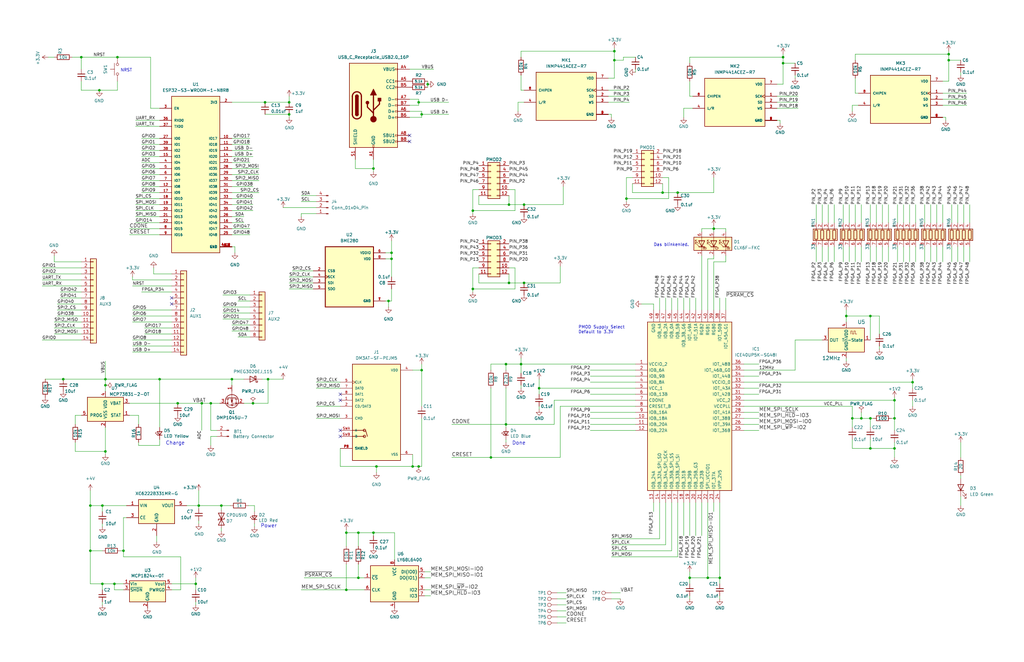
<source format=kicad_sch>
(kicad_sch (version 20250114) (generator "eeschema") (generator_version "9.0")
  (paper "B")
  (text "Done" (at 215.9 187.96 0) (effects (font (size 1.524 1.524)) (justify left bottom)))
  (text "NRST" (at 50.8 30.48 0) (effects (font (size 1.27 1.27)) (justify left bottom)))
  (text "Power" (at 109.855 222.885 0) (effects (font (size 1.524 1.524)) (justify left bottom)))
  (text "Charge" (at 69.85 187.96 0) (effects (font (size 1.524 1.524)) (justify left bottom)))
  (text "Das blinkenled." (at 275.59 104.14 0) (effects (font (size 1.27 1.27)) (justify left bottom)))
  (text "PMOD Supply Select\nDefault to 3.3V" (at 243.84 140.97 0) (effects (font (size 1.27 1.27)) (justify left bottom)))
  (junction (at 384.81 161.29))
  (junction (at 177.8 156.21))
  (junction (at 67.31 160.02))
  (junction (at 157.48 224.79))
  (junction (at 151.13 224.79))
  (junction (at 44.45 190.5))
  (junction (at 146.05 224.79))
  (junction (at 146.05 248.92))
  (junction (at 111.76 43.18))
  (junction (at 43.18 213.36))
  (junction (at 367.03 189.23))
  (junction (at 220.98 119.38))
  (junction (at 97.79 160.02))
  (junction (at 199.39 121.92))
  (junction (at 173.99 196.85))
  (junction (at 44.45 160.02))
  (junction (at 106.68 170.18))
  (junction (at 41.91 38.1))
  (junction (at 157.48 71.12))
  (junction (at 400.05 25.4))
  (junction (at 177.8 48.26))
  (junction (at 363.22 176.53))
  (junction (at 213.36 153.67))
  (junction (at 259.08 21.59))
  (junction (at 220.98 86.36))
  (junction (at 52.07 232.41))
  (junction (at 330.2 24.13))
  (junction (at 176.53 43.18))
  (junction (at 285.75 81.28))
  (junction (at 151.13 243.84))
  (junction (at 264.16 83.82))
  (junction (at 367.03 176.53))
  (junction (at 219.71 153.67))
  (junction (at 43.18 246.38))
  (junction (at 227.33 163.83))
  (junction (at 165.1 106.68))
  (junction (at 356.87 133.35))
  (junction (at 85.09 170.18))
  (junction (at 82.55 246.38))
  (junction (at 74.93 170.18))
  (junction (at 400.05 22.86))
  (junction (at 330.2 26.67))
  (junction (at 377.19 176.53))
  (junction (at 377.19 168.91))
  (junction (at 165.1 109.22))
  (junction (at 303.53 243.84))
  (junction (at 34.29 24.13))
  (junction (at 176.53 196.85))
  (junction (at 121.92 43.18))
  (junction (at 38.1 213.36))
  (junction (at 163.83 127))
  (junction (at 49.53 24.13))
  (junction (at 26.67 160.02))
  (junction (at 48.26 246.38))
  (junction (at 300.99 96.52))
  (junction (at 88.9 170.18))
  (junction (at 44.45 162.56))
  (junction (at 93.345 213.36))
  (junction (at 199.39 88.9))
  (junction (at 359.41 176.53))
  (junction (at 298.45 243.84))
  (junction (at 259.08 25.4))
  (junction (at 367.03 133.35))
  (junction (at 213.36 179.07))
  (junction (at 121.92 48.26))
  (junction (at 158.75 196.85))
  (junction (at 290.83 243.84))
  (junction (at 38.1 232.41))
  (junction (at 214.63 119.38))
  (junction (at 279.4 81.28))
  (junction (at 207.01 193.04))
  (junction (at 377.19 189.23))
  (junction (at 113.03 160.02))
  (junction (at 180.34 35.56))
  (junction (at 214.63 86.36))
  (junction (at 83.82 213.36))
  (no_connect (at 143.51 181.61))
  (no_connect (at 172.72 59.69))
  (no_connect (at 143.51 168.91))
  (no_connect (at 172.72 57.15))
  (no_connect (at 72.39 125.73))
  (no_connect (at 143.51 184.15))
  (no_connect (at 143.51 166.37))
  (no_connect (at 72.39 128.27))
  (wire (pts (xy 58.42 187.96) (xy 67.31 187.96)))
  (wire (pts (xy 285.75 81.28) (xy 300.99 81.28)))
  (wire (pts (xy 97.79 66.04) (xy 106.68 66.04)))
  (wire (pts (xy 97.79 88.9) (xy 106.68 88.9)))
  (wire (pts (xy 20.32 24.13) (xy 22.86 24.13)))
  (wire (pts (xy 403.86 86.36) (xy 403.86 93.98)))
  (wire (pts (xy 295.91 96.52) (xy 300.99 96.52)))
  (wire (pts (xy 313.69 166.37) (xy 320.04 166.37)))
  (wire (pts (xy 327.66 50.8) (xy 328.93 50.8)))
  (wire (pts (xy 93.345 213.36) (xy 93.345 215.265)))
  (wire (pts (xy 34.29 34.29) (xy 34.29 38.1)))
  (wire (pts (xy 367.03 110.49) (xy 367.03 104.14)))
  (wire (pts (xy 219.71 151.13) (xy 219.71 153.67)))
  (wire (pts (xy 306.07 110.49) (xy 306.07 107.95)))
  (wire (pts (xy 157.48 224.79) (xy 166.37 224.79)))
  (wire (pts (xy 290.83 24.13) (xy 330.2 24.13)))
  (wire (pts (xy 123.19 114.3) (xy 132.08 114.3)))
  (wire (pts (xy 151.13 238.125) (xy 151.13 243.84)))
  (wire (pts (xy 59.69 73.66) (xy 67.31 73.66)))
  (wire (pts (xy 275.59 130.81) (xy 275.59 128.27)))
  (wire (pts (xy 97.79 68.58) (xy 105.41 68.58)))
  (wire (pts (xy 377.19 189.23) (xy 377.19 193.04)))
  (wire (pts (xy 105.41 137.16) (xy 97.79 137.16)))
  (wire (pts (xy 213.36 163.83) (xy 213.36 179.07)))
  (wire (pts (xy 405.13 200.66) (xy 405.13 201.93)))
  (wire (pts (xy 55.88 116.84) (xy 55.88 118.11)))
  (wire (pts (xy 370.84 133.35) (xy 370.84 140.97)))
  (wire (pts (xy 227.33 171.45) (xy 227.33 172.72)))
  (wire (pts (xy 34.29 38.1) (xy 41.91 38.1)))
  (wire (pts (xy 72.39 246.38) (xy 82.55 246.38)))
  (wire (pts (xy 256.54 48.26) (xy 257.81 48.26)))
  (wire (pts (xy 367.03 86.36) (xy 367.03 93.98)))
  (wire (pts (xy 383.54 86.36) (xy 383.54 93.98)))
  (wire (pts (xy 349.25 110.49) (xy 349.25 104.14)))
  (wire (pts (xy 248.92 156.21) (xy 267.97 156.21)))
  (wire (pts (xy 177.8 196.85) (xy 176.53 196.85)))
  (wire (pts (xy 34.29 133.35) (xy 24.13 133.35)))
  (wire (pts (xy 121.92 49.53) (xy 121.92 48.26)))
  (wire (pts (xy 313.69 158.75) (xy 320.04 158.75)))
  (wire (pts (xy 133.35 171.45) (xy 143.51 171.45)))
  (wire (pts (xy 146.05 238.125) (xy 146.05 248.92)))
  (wire (pts (xy 330.2 24.13) (xy 330.2 22.86)))
  (wire (pts (xy 257.81 229.87) (xy 280.67 229.87)))
  (wire (pts (xy 219.71 153.67) (xy 267.97 153.67)))
  (wire (pts (xy 313.69 179.07) (xy 320.04 179.07)))
  (wire (pts (xy 207.01 153.67) (xy 213.36 153.67)))
  (wire (pts (xy 59.69 63.5) (xy 67.31 63.5)))
  (wire (pts (xy 85.09 170.18) (xy 88.9 170.18)))
  (wire (pts (xy 172.72 46.99) (xy 177.8 46.99)))
  (wire (pts (xy 328.93 50.8) (xy 328.93 52.07)))
  (wire (pts (xy 58.42 175.26) (xy 58.42 179.07)))
  (wire (pts (xy 298.45 243.84) (xy 290.83 243.84)))
  (wire (pts (xy 26.67 160.02) (xy 44.45 160.02)))
  (wire (pts (xy 99.06 104.14) (xy 99.06 106.68)))
  (wire (pts (xy 372.11 86.36) (xy 372.11 93.98)))
  (wire (pts (xy 313.69 168.91) (xy 377.19 168.91)))
  (wire (pts (xy 57.15 93.98) (xy 67.31 93.98)))
  (wire (pts (xy 48.26 248.92) (xy 52.07 248.92)))
  (wire (pts (xy 275.59 128.27) (xy 270.51 128.27)))
  (wire (pts (xy 408.94 86.36) (xy 408.94 93.98)))
  (wire (pts (xy 248.92 173.99) (xy 267.97 173.99)))
  (wire (pts (xy 238.76 257.81) (xy 234.95 257.81)))
  (wire (pts (xy 220.98 119.38) (xy 236.22 119.38)))
  (wire (pts (xy 57.15 83.82) (xy 67.31 83.82)))
  (wire (pts (xy 279.4 74.93) (xy 281.94 74.93)))
  (wire (pts (xy 400.05 22.86) (xy 400.05 21.59)))
  (wire (pts (xy 330.2 26.67) (xy 330.2 35.56)))
  (wire (pts (xy 238.76 255.27) (xy 234.95 255.27)))
  (wire (pts (xy 88.9 170.18) (xy 88.9 181.61)))
  (wire (pts (xy 97.79 162.56) (xy 97.79 160.02)))
  (wire (pts (xy 67.31 68.58) (xy 59.69 68.58)))
  (wire (pts (xy 264.16 83.82) (xy 281.94 83.82)))
  (wire (pts (xy 146.05 224.79) (xy 151.13 224.79)))
  (wire (pts (xy 280.67 212.09) (xy 280.67 229.87)))
  (wire (pts (xy 107.315 220.98) (xy 107.315 222.25)))
  (wire (pts (xy 236.22 171.45) (xy 267.97 171.45)))
  (wire (pts (xy 306.07 96.52) (xy 306.07 97.79)))
  (wire (pts (xy 146.05 224.79) (xy 146.05 230.505)))
  (wire (pts (xy 58.42 186.69) (xy 58.42 187.96)))
  (wire (pts (xy 279.4 77.47) (xy 279.4 81.28)))
  (wire (pts (xy 267.97 24.13) (xy 262.89 24.13)))
  (wire (pts (xy 97.79 78.74) (xy 106.68 78.74)))
  (wire (pts (xy 52.07 218.44) (xy 53.34 218.44)))
  (wire (pts (xy 259.08 21.59) (xy 259.08 20.32)))
  (wire (pts (xy 49.53 38.1) (xy 49.53 34.29)))
  (wire (pts (xy 76.2 248.92) (xy 76.2 234.95)))
  (wire (pts (xy 151.13 224.79) (xy 157.48 224.79)))
  (wire (pts (xy 57.15 53.34) (xy 67.31 53.34)))
  (wire (pts (xy 290.83 125.73) (xy 290.83 130.81)))
  (wire (pts (xy 55.88 130.81) (xy 72.39 130.81)))
  (wire (pts (xy 66.04 228.6) (xy 66.04 226.06)))
  (wire (pts (xy 179.07 243.84) (xy 181.61 243.84)))
  (wire (pts (xy 199.39 113.03) (xy 201.93 113.03)))
  (wire (pts (xy 162.56 127) (xy 163.83 127)))
  (wire (pts (xy 384.81 161.29) (xy 384.81 163.83)))
  (wire (pts (xy 257.81 232.41) (xy 283.21 232.41)))
  (wire (pts (xy 335.28 156.21) (xy 335.28 143.51)))
  (wire (pts (xy 313.69 163.83) (xy 320.04 163.83)))
  (wire (pts (xy 166.37 236.22) (xy 166.37 224.79)))
  (wire (pts (xy 55.88 133.35) (xy 72.39 133.35)))
  (wire (pts (xy 275.59 212.09) (xy 275.59 215.9)))
  (wire (pts (xy 121.92 119.38) (xy 132.08 119.38)))
  (wire (pts (xy 213.36 186.69) (xy 213.36 185.42)))
  (wire (pts (xy 288.29 125.73) (xy 288.29 130.81)))
  (wire (pts (xy 43.18 213.36) (xy 43.18 215.9)))
  (wire (pts (xy 290.83 251.46) (xy 290.83 252.73)))
  (wire (pts (xy 300.99 110.49) (xy 300.99 130.81)))
  (wire (pts (xy 43.18 246.38) (xy 43.18 248.92)))
  (wire (pts (xy 262.89 25.4) (xy 259.08 25.4)))
  (wire (pts (xy 248.92 181.61) (xy 267.97 181.61)))
  (wire (pts (xy 363.22 86.36) (xy 363.22 93.98)))
  (wire (pts (xy 172.72 29.21) (xy 182.88 29.21)))
  (wire (pts (xy 149.86 71.12) (xy 157.48 71.12)))
  (wire (pts (xy 351.79 110.49) (xy 351.79 104.14)))
  (wire (pts (xy 403.86 110.49) (xy 403.86 104.14)))
  (wire (pts (xy 278.13 212.09) (xy 278.13 227.33)))
  (wire (pts (xy 165.1 106.68) (xy 165.1 101.6)))
  (wire (pts (xy 44.45 160.02) (xy 67.31 160.02)))
  (wire (pts (xy 300.99 96.52) (xy 300.99 95.25)))
  (wire (pts (xy 172.72 44.45) (xy 176.53 44.45)))
  (wire (pts (xy 360.68 86.36) (xy 360.68 93.98)))
  (wire (pts (xy 57.15 86.36) (xy 67.31 86.36)))
  (wire (pts (xy 300.99 110.49) (xy 306.07 110.49)))
  (wire (pts (xy 397.51 41.91) (xy 407.67 41.91)))
  (wire (pts (xy 394.97 86.36) (xy 394.97 93.98)))
  (wire (pts (xy 259.08 33.02) (xy 259.08 25.4)))
  (wire (pts (xy 290.83 26.67) (xy 290.83 24.13)))
  (wire (pts (xy 88.9 184.15) (xy 91.44 184.15)))
  (wire (pts (xy 93.345 222.885) (xy 93.345 224.155)))
  (wire (pts (xy 256.54 43.18) (xy 265.43 43.18)))
  (wire (pts (xy 355.6 86.36) (xy 355.6 93.98)))
  (wire (pts (xy 344.17 110.49) (xy 344.17 104.14)))
  (wire (pts (xy 267.97 29.21) (xy 267.97 30.48)))
  (wire (pts (xy 17.78 115.57) (xy 34.29 115.57)))
  (wire (pts (xy 359.41 176.53) (xy 363.22 176.53)))
  (wire (pts (xy 359.41 171.45) (xy 359.41 176.53)))
  (wire (pts (xy 406.4 86.36) (xy 406.4 93.98)))
  (wire (pts (xy 298.45 243.84) (xy 303.53 243.84)))
  (wire (pts (xy 158.75 196.85) (xy 158.75 199.39)))
  (wire (pts (xy 398.78 49.53) (xy 398.78 50.8)))
  (wire (pts (xy 300.99 109.22) (xy 298.45 109.22)))
  (wire (pts (xy 370.84 133.35) (xy 367.03 133.35)))
  (wire (pts (xy 93.98 124.46) (xy 105.41 124.46)))
  (wire (pts (xy 49.53 24.13) (xy 63.5 24.13)))
  (wire (pts (xy 179.07 251.46) (xy 181.61 251.46)))
  (wire (pts (xy 59.69 78.74) (xy 67.31 78.74)))
  (wire (pts (xy 19.05 160.02) (xy 26.67 160.02)))
  (wire (pts (xy 264.16 74.93) (xy 264.16 83.82)))
  (wire (pts (xy 367.03 143.51) (xy 367.03 133.35)))
  (wire (pts (xy 85.09 170.18) (xy 85.09 181.61)))
  (wire (pts (xy 227.33 163.83) (xy 267.97 163.83)))
  (wire (pts (xy 367.03 133.35) (xy 356.87 133.35)))
  (wire (pts (xy 17.78 120.65) (xy 34.29 120.65)))
  (wire (pts (xy 298.45 109.22) (xy 298.45 130.81)))
  (wire (pts (xy 180.34 35.56) (xy 180.34 36.83)))
  (wire (pts (xy 82.55 254) (xy 82.55 255.27)))
  (wire (pts (xy 97.79 96.52) (xy 105.41 96.52)))
  (wire (pts (xy 201.93 86.36) (xy 214.63 86.36)))
  (wire (pts (xy 300.99 212.09) (xy 300.99 215.9)))
  (wire (pts (xy 378.46 86.36) (xy 378.46 93.98)))
  (wire (pts (xy 290.83 212.09) (xy 290.83 226.06)))
  (wire (pts (xy 262.89 24.13) (xy 262.89 25.4)))
  (wire (pts (xy 335.28 26.67) (xy 330.2 26.67)))
  (wire (pts (xy 281.94 74.93) (xy 281.94 83.82)))
  (wire (pts (xy 49.53 24.13) (xy 34.29 24.13)))
  (wire (pts (xy 303.53 243.84) (xy 303.53 246.38)))
  (wire (pts (xy 370.84 146.05) (xy 370.84 147.32)))
  (wire (pts (xy 359.41 185.42) (xy 359.41 189.23)))
  (wire (pts (xy 386.08 86.36) (xy 386.08 93.98)))
  (wire (pts (xy 248.92 179.07) (xy 267.97 179.07)))
  (wire (pts (xy 392.43 110.49) (xy 392.43 104.14)))
  (wire (pts (xy 313.69 153.67) (xy 320.04 153.67)))
  (wire (pts (xy 162.56 109.22) (xy 165.1 109.22)))
  (wire (pts (xy 295.91 97.79) (xy 295.91 96.52)))
  (wire (pts (xy 54.61 96.52) (xy 67.31 96.52)))
  (wire (pts (xy 38.1 213.36) (xy 38.1 232.41)))
  (wire (pts (xy 17.78 113.03) (xy 34.29 113.03)))
  (wire (pts (xy 344.17 86.36) (xy 344.17 93.98)))
  (wire (pts (xy 41.91 38.1) (xy 49.53 38.1)))
  (wire (pts (xy 72.39 123.19) (xy 59.69 123.19)))
  (wire (pts (xy 261.62 250.19) (xy 257.81 250.19)))
  (wire (pts (xy 177.8 46.99) (xy 177.8 48.26)))
  (wire (pts (xy 207.01 153.67) (xy 207.01 156.21)))
  (wire (pts (xy 360.68 22.86) (xy 400.05 22.86)))
  (wire (pts (xy 157.48 71.12) (xy 157.48 72.39)))
  (wire (pts (xy 97.79 86.36) (xy 106.68 86.36)))
  (wire (pts (xy 356.87 151.13) (xy 356.87 152.4)))
  (wire (pts (xy 34.29 135.89) (xy 22.86 135.89)))
  (wire (pts (xy 358.14 86.36) (xy 358.14 93.98)))
  (wire (pts (xy 290.83 241.3) (xy 290.83 243.84)))
  (wire (pts (xy 78.74 213.36) (xy 83.82 213.36)))
  (wire (pts (xy 177.8 49.53) (xy 177.8 48.26)))
  (wire (pts (xy 293.37 125.73) (xy 293.37 130.81)))
  (wire (pts (xy 111.76 48.26) (xy 121.92 48.26)))
  (wire (pts (xy 256.54 38.1) (xy 265.43 38.1)))
  (wire (pts (xy 397.51 86.36) (xy 397.51 93.98)))
  (wire (pts (xy 53.34 213.36) (xy 43.18 213.36)))
  (wire (pts (xy 358.14 110.49) (xy 358.14 104.14)))
  (wire (pts (xy 127 248.92) (xy 146.05 248.92)))
  (wire (pts (xy 44.45 162.56) (xy 44.45 160.02)))
  (wire (pts (xy 34.29 110.49) (xy 22.86 110.49)))
  (wire (pts (xy 106.68 170.18) (xy 113.03 170.18)))
  (wire (pts (xy 359.41 189.23) (xy 367.03 189.23)))
  (wire (pts (xy 133.35 90.17) (xy 127 90.17)))
  (wire (pts (xy 238.76 250.19) (xy 234.95 250.19)))
  (wire (pts (xy 401.32 86.36) (xy 401.32 93.98)))
  (wire (pts (xy 300.99 96.52) (xy 306.07 96.52)))
  (wire (pts (xy 405.13 186.69) (xy 405.13 193.04)))
  (wire (pts (xy 349.25 86.36) (xy 349.25 93.98)))
  (wire (pts (xy 227.33 160.02) (xy 227.33 163.83)))
  (wire (pts (xy 43.18 254) (xy 43.18 255.27)))
  (wire (pts (xy 59.69 81.28) (xy 67.31 81.28)))
  (wire (pts (xy 176.53 196.85) (xy 173.99 196.85)))
  (wire (pts (xy 173.99 191.77) (xy 173.99 196.85)))
  (wire (pts (xy 248.92 161.29) (xy 267.97 161.29)))
  (wire (pts (xy 394.97 110.49) (xy 394.97 104.14)))
  (wire (pts (xy 128.27 243.84) (xy 151.13 243.84)))
  (wire (pts (xy 157.48 67.31) (xy 157.48 71.12)))
  (wire (pts (xy 17.78 143.51) (xy 34.29 143.51)))
  (wire (pts (xy 97.79 76.2) (xy 109.22 76.2)))
  (wire (pts (xy 105.41 134.62) (xy 93.98 134.62)))
  (wire (pts (xy 374.65 110.49) (xy 374.65 104.14)))
  (wire (pts (xy 238.76 260.35) (xy 234.95 260.35)))
  (wire (pts (xy 151.13 243.84) (xy 153.67 243.84)))
  (wire (pts (xy 172.72 41.91) (xy 176.53 41.91)))
  (wire (pts (xy 300.99 74.93) (xy 300.99 81.28)))
  (wire (pts (xy 355.6 110.49) (xy 355.6 104.14)))
  (wire (pts (xy 199.39 80.01) (xy 199.39 88.9)))
  (wire (pts (xy 219.71 21.59) (xy 259.08 21.59)))
  (wire (pts (xy 280.67 125.73) (xy 280.67 130.81)))
  (wire (pts (xy 83.82 213.36) (xy 83.82 207.01)))
  (wire (pts (xy 313.69 181.61) (xy 320.04 181.61)))
  (wire (pts (xy 97.79 43.18) (xy 111.76 43.18)))
  (wire (pts (xy 93.98 132.08) (xy 105.41 132.08)))
  (wire (pts (xy 143.51 189.23) (xy 143.51 196.85)))
  (wire (pts (xy 256.54 40.64) (xy 265.43 40.64)))
  (wire (pts (xy 44.45 190.5) (xy 44.45 191.77)))
  (wire (pts (xy 367.03 176.53) (xy 368.3 176.53)))
  (wire (pts (xy 397.51 49.53) (xy 398.78 49.53)))
  (wire (pts (xy 378.46 110.49) (xy 378.46 104.14)))
  (wire (pts (xy 288.29 212.09) (xy 288.29 226.06)))
  (wire (pts (xy 405.13 30.48) (xy 405.13 31.75)))
  (wire (pts (xy 50.8 232.41) (xy 52.07 232.41)))
  (wire (pts (xy 248.92 166.37) (xy 267.97 166.37)))
  (wire (pts (xy 97.79 91.44) (xy 102.87 91.44)))
  (wire (pts (xy 83.82 214.63) (xy 83.82 213.36)))
  (wire (pts (xy 111.76 43.18) (xy 121.92 43.18)))
  (wire (pts (xy 219.71 31.75) (xy 219.71 38.1)))
  (wire (pts (xy 266.7 81.28) (xy 279.4 81.28)))
  (wire (pts (xy 97.79 99.06) (xy 105.41 99.06)))
  (wire (pts (xy 34.29 175.26) (xy 31.75 175.26)))
  (wire (pts (xy 38.1 207.01) (xy 38.1 213.36)))
  (wire (pts (xy 146.05 248.92) (xy 153.67 248.92)))
  (wire (pts (xy 83.82 220.98) (xy 83.82 219.71)))
  (wire (pts (xy 34.29 125.73) (xy 25.4 125.73)))
  (wire (pts (xy 34.29 140.97) (xy 22.86 140.97)))
  (wire (pts (xy 83.82 213.36) (xy 93.345 213.36)))
  (wire (pts (xy 88.9 184.15) (xy 88.9 187.96)))
  (wire (pts (xy 104.775 213.36) (xy 107.315 213.36)))
  (wire (pts (xy 303.53 251.46) (xy 303.53 252.73)))
  (wire (pts (xy 408.94 110.49) (xy 408.94 104.14)))
  (wire (pts (xy 303.53 125.73) (xy 303.53 130.81)))
  (wire (pts (xy 389.89 86.36) (xy 389.89 93.98)))
  (wire (pts (xy 266.7 81.28) (xy 266.7 77.47)))
  (wire (pts (xy 54.61 99.06) (xy 67.31 99.06)))
  (wire (pts (xy 163.83 127) (xy 163.83 129.54)))
  (wire (pts (xy 392.43 86.36) (xy 392.43 93.98)))
  (wire (pts (xy 31.75 175.26) (xy 31.75 179.07)))
  (wire (pts (xy 313.69 156.21) (xy 335.28 156.21)))
  (wire (pts (xy 214.63 119.38) (xy 214.63 115.57)))
  (wire (pts (xy 34.29 130.81) (xy 24.13 130.81)))
  (wire (pts (xy 179.07 248.92) (xy 181.61 248.92)))
  (wire (pts (xy 30.48 24.13) (xy 34.29 24.13)))
  (wire (pts (xy 285.75 125.73) (xy 285.75 130.81)))
  (wire (pts (xy 219.71 162.56) (xy 219.71 163.83)))
  (wire (pts (xy 377.19 176.53) (xy 377.19 181.61)))
  (wire (pts (xy 201.93 80.01) (xy 199.39 80.01)))
  (wire (pts (xy 55.88 120.65) (xy 72.39 120.65)))
  (wire (pts (xy 367.03 176.53) (xy 367.03 180.34)))
  (wire (pts (xy 44.45 152.4) (xy 44.45 160.02)))
  (wire (pts (xy 285.75 212.09) (xy 285.75 234.95)))
  (wire (pts (xy 367.03 185.42) (xy 367.03 189.23)))
  (wire (pts (xy 76.2 234.95) (xy 52.07 234.95)))
  (wire (pts (xy 72.39 115.57) (xy 64.77 115.57)))
  (wire (pts (xy 34.29 128.27) (xy 24.13 128.27)))
  (wire (pts (xy 55.88 146.05) (xy 72.39 146.05)))
  (wire (pts (xy 38.1 213.36) (xy 43.18 213.36)))
  (wire (pts (xy 375.92 176.53) (xy 377.19 176.53)))
  (wire (pts (xy 278.13 125.73) (xy 278.13 130.81)))
  (wire (pts (xy 217.17 113.03) (xy 214.63 113.03)))
  (wire (pts (xy 34.29 138.43) (xy 22.86 138.43)))
  (wire (pts (xy 44.45 180.34) (xy 44.45 190.5)))
  (wire (pts (xy 199.39 88.9) (xy 199.39 90.17)))
  (wire (pts (xy 233.68 168.91) (xy 233.68 179.07)))
  (wire (pts (xy 133.35 163.83) (xy 143.51 163.83)))
  (wire (pts (xy 97.79 73.66) (xy 109.22 73.66)))
  (wire (pts (xy 180.34 35.56) (xy 180.34 34.29)))
  (wire (pts (xy 381 86.36) (xy 381 93.98)))
  (wire (pts (xy 113.03 160.02) (xy 119.38 160.02)))
  (wire (pts (xy 173.99 196.85) (xy 158.75 196.85)))
  (wire (pts (xy 283.21 125.73) (xy 283.21 130.81)))
  (wire (pts (xy 105.41 139.7) (xy 97.79 139.7)))
  (wire (pts (xy 82.55 246.38) (xy 82.55 248.92)))
  (wire (pts (xy 295.91 212.09) (xy 295.91 226.06)))
  (wire (pts (xy 201.93 119.38) (xy 201.93 115.57)))
  (wire (pts (xy 97.79 71.12) (xy 109.22 71.12)))
  (wire (pts (xy 238.76 252.73) (xy 234.95 252.73)))
  (wire (pts (xy 52.07 232.41) (xy 52.07 218.44)))
  (wire (pts (xy 360.68 39.37) (xy 361.95 39.37)))
  (wire (pts (xy 290.83 34.29) (xy 290.83 40.64)))
  (wire (pts (xy 97.79 104.14) (xy 99.06 104.14)))
  (wire (pts (xy 31.75 190.5) (xy 44.45 190.5)))
  (wire (pts (xy 377.19 167.64) (xy 377.19 168.91)))
  (wire (pts (xy 149.86 67.31) (xy 149.86 71.12)))
  (wire (pts (xy 360.68 33.02) (xy 360.68 39.37)))
  (wire (pts (xy 143.51 196.85) (xy 158.75 196.85)))
  (wire (pts (xy 218.44 43.18) (xy 218.44 46.99)))
  (wire (pts (xy 43.18 220.98) (xy 43.18 222.25)))
  (wire (pts (xy 34.29 29.21) (xy 34.29 24.13)))
  (wire (pts (xy 372.11 110.49) (xy 372.11 104.14)))
  (wire (pts (xy 102.87 170.18) (xy 106.68 170.18)))
  (wire (pts (xy 199.39 121.92) (xy 199.39 123.19)))
  (wire (pts (xy 236.22 171.45) (xy 236.22 193.04)))
  (wire (pts (xy 361.95 44.45) (xy 359.41 44.45)))
  (wire (pts (xy 72.39 138.43) (xy 60.96 138.43)))
  (wire (pts (xy 173.99 156.21) (xy 177.8 156.21)))
  (wire (pts (xy 179.07 241.3) (xy 181.61 241.3)))
  (wire (pts (xy 397.51 110.49) (xy 397.51 104.14)))
  (wire (pts (xy 327.66 40.64) (xy 336.55 40.64)))
  (wire (pts (xy 283.21 212.09) (xy 283.21 232.41)))
  (wire (pts (xy 237.49 78.74) (xy 237.49 86.36)))
  (wire (pts (xy 363.22 176.53) (xy 363.22 173.99)))
  (wire (pts (xy 327.66 35.56) (xy 330.2 35.56)))
  (wire (pts (xy 213.36 153.67) (xy 213.36 156.21)))
  (wire (pts (xy 405.13 209.55) (xy 405.13 213.36)))
  (wire (pts (xy 303.53 212.09) (xy 303.53 243.84)))
  (wire (pts (xy 97.79 160.02) (xy 102.87 160.02)))
  (wire (pts (xy 214.63 80.01) (xy 217.17 80.01)))
  (wire (pts (xy 199.39 113.03) (xy 199.39 121.92)))
  (wire (pts (xy 351.79 86.36) (xy 351.79 93.98)))
  (wire (pts (xy 248.92 176.53) (xy 267.97 176.53)))
  (wire (pts (xy 369.57 86.36) (xy 369.57 93.98)))
  (wire (pts (xy 133.35 161.29) (xy 143.51 161.29)))
  (wire (pts (xy 44.45 165.1) (xy 44.45 162.56)))
  (wire (pts (xy 59.69 58.42) (xy 67.31 58.42)))
  (wire (pts (xy 34.29 123.19) (xy 25.4 123.19)))
  (wire (pts (xy 207.01 193.04) (xy 190.5 193.04)))
  (wire (pts (xy 177.8 156.21) (xy 177.8 171.45)))
  (wire (pts (xy 259.08 25.4) (xy 259.08 21.59)))
  (wire (pts (xy 356.87 130.81) (xy 356.87 133.35)))
  (wire (pts (xy 363.22 176.53) (xy 367.03 176.53)))
  (wire (pts (xy 374.65 86.36) (xy 374.65 93.98)))
  (wire (pts (xy 59.69 76.2) (xy 67.31 76.2)))
  (wire (pts (xy 219.71 153.67) (xy 219.71 157.48)))
  (wire (pts (xy 93.98 129.54) (xy 105.41 129.54)))
  (wire (pts (xy 207.01 193.04) (xy 207.01 163.83)))
  (wire (pts (xy 121.92 116.84) (xy 132.08 116.84)))
  (wire (pts (xy 327.66 43.18) (xy 336.55 43.18)))
  (wire (pts (xy 59.69 66.04) (xy 67.31 66.04)))
  (wire (pts (xy 300.99 97.79) (xy 300.99 96.52)))
  (wire (pts (xy 397.51 44.45) (xy 407.67 44.45)))
  (wire (pts (xy 220.98 86.36) (xy 237.49 86.36)))
  (wire (pts (xy 217.17 121.92) (xy 217.17 113.03)))
  (wire (pts (xy 48.26 246.38) (xy 48.26 248.92)))
  (wire (pts (xy 298.45 212.09) (xy 298.45 243.84)))
  (wire (pts (xy 386.08 110.49) (xy 386.08 104.14)))
  (wire (pts (xy 43.18 246.38) (xy 48.26 246.38)))
  (wire (pts (xy 238.76 262.89) (xy 234.95 262.89)))
  (wire (pts (xy 177.8 176.53) (xy 177.8 196.85)))
  (wire (pts (xy 146.05 224.79) (xy 146.05 223.52)))
  (wire (pts (xy 214.63 86.36) (xy 220.98 86.36)))
  (wire (pts (xy 261.62 252.73) (xy 257.81 252.73)))
  (wire (pts (xy 359.41 44.45) (xy 359.41 46.99)))
  (wire (pts (xy 256.54 33.02) (xy 259.08 33.02)))
  (wire (pts (xy 220.98 43.18) (xy 218.44 43.18)))
  (wire (pts (xy 177.8 156.21) (xy 177.8 153.67)))
  (wire (pts (xy 406.4 110.49) (xy 406.4 104.14)))
  (wire (pts (xy 121.92 40.64) (xy 121.92 43.18)))
  (wire (pts (xy 363.22 110.49) (xy 363.22 104.14)))
  (wire (pts (xy 346.71 86.36) (xy 346.71 93.98)))
  (wire (pts (xy 219.71 24.13) (xy 219.71 21.59)))
  (wire (pts (xy 335.28 31.75) (xy 335.28 33.02)))
  (wire (pts (xy 59.69 71.12) (xy 67.31 71.12)))
  (wire (pts (xy 55.88 118.11) (xy 72.39 118.11)))
  (wire (pts (xy 330.2 26.67) (xy 330.2 24.13)))
  (wire (pts (xy 176.53 41.91) (xy 176.53 43.18)))
  (wire (pts (xy 105.41 127) (xy 100.33 127)))
  (wire (pts (xy 384.81 160.02) (xy 384.81 161.29)))
  (wire (pts (xy 346.71 110.49) (xy 346.71 104.14)))
  (wire (pts (xy 63.5 24.13) (xy 63.5 45.72)))
  (wire (pts (xy 97.79 58.42) (xy 105.41 58.42)))
  (wire (pts (xy 257.81 234.95) (xy 285.75 234.95)))
  (wire (pts (xy 88.9 170.18) (xy 92.71 170.18)))
  (wire (pts (xy 199.39 121.92) (xy 217.17 121.92)))
  (wire (pts (xy 97.79 83.82) (xy 106.68 83.82)))
  (wire (pts (xy 55.88 135.89) (xy 72.39 135.89)))
  (wire (pts (xy 72.39 248.92) (xy 76.2 248.92)))
  (wire (pts (xy 367.03 189.23) (xy 377.19 189.23)))
  (wire (pts (xy 381 110.49) (xy 381 104.14)))
  (wire (pts (xy 236.22 193.04) (xy 207.01 193.04)))
  (wire (pts (xy 67.31 160.02) (xy 67.31 180.34)))
  (wire (pts (xy 121.92 121.92) (xy 132.08 121.92)))
  (wire (pts (xy 55.88 148.59) (xy 72.39 148.59)))
  (wire (pts (xy 133.35 176.53) (xy 143.51 176.53)))
  (wire (pts (xy 54.61 170.18) (xy 74.93 170.18)))
  (wire (pts (xy 300.99 107.95) (xy 300.99 109.22)))
  (wire (pts (xy 236.22 112.395) (xy 236.22 119.38)))
  (wire (pts (xy 290.83 243.84) (xy 290.83 246.38)))
  (wire (pts (xy 214.63 86.36) (xy 214.63 82.55)))
  (wire (pts (xy 97.79 93.98) (xy 102.87 93.98)))
  (wire (pts (xy 257.81 227.33) (xy 278.13 227.33)))
  (wire (pts (xy 217.17 88.9) (xy 199.39 88.9)))
  (wire (pts (xy 63.5 45.72) (xy 67.31 45.72)))
  (wire (pts (xy 165.1 109.22) (xy 165.1 116.84)))
  (wire (pts (xy 313.69 161.29) (xy 384.81 161.29)))
  (wire (pts (xy 384.81 168.91) (xy 384.81 171.45)))
  (wire (pts (xy 127 90.17) (xy 127 91.44)))
  (wire (pts (xy 88.9 181.61) (xy 91.44 181.61)))
  (wire (pts (xy 82.55 243.84) (xy 82.55 246.38)))
  (wire (pts (xy 64.77 115.57) (xy 64.77 113.03)))
  (wire (pts (xy 165.1 109.22) (xy 165.1 106.68)))
  (wire (pts (xy 97.79 60.96) (xy 105.41 60.96)))
  (wire (pts (xy 127 82.55) (xy 133.35 82.55)))
  (wire (pts (xy 377.19 168.91) (xy 377.19 176.53)))
  (wire (pts (xy 59.69 60.96) (xy 67.31 60.96)))
  (wire (pts (xy 400.05 25.4) (xy 400.05 34.29)))
  (wire (pts (xy 105.41 142.24) (xy 100.33 142.24)))
  (wire (pts (xy 264.16 83.82) (xy 264.16 85.09)))
  (wire (pts (xy 313.69 176.53) (xy 320.04 176.53)))
  (wire (pts (xy 31.75 186.69) (xy 31.75 190.5)))
  (wire (pts (xy 172.72 49.53) (xy 177.8 49.53)))
  (wire (pts (xy 54.61 175.26) (xy 58.42 175.26)))
  (wire (pts (xy 38.1 246.38) (xy 43.18 246.38)))
  (wire (pts (xy 176.53 43.18) (xy 189.23 43.18)))
  (wire (pts (xy 377.19 186.69) (xy 377.19 189.23)))
  (wire (pts (xy 74.93 170.18) (xy 85.09 170.18)))
  (wire (pts (xy 107.315 213.36) (xy 107.315 215.9)))
  (wire (pts (xy 93.345 213.36) (xy 97.155 213.36)))
  (wire (pts (xy 397.51 39.37) (xy 407.67 39.37)))
  (wire (pts (xy 157.48 226.06) (xy 157.48 224.79)))
  (wire (pts (xy 67.31 187.96) (xy 67.31 185.42)))
  (wire (pts (xy 119.38 87.63) (xy 133.35 87.63)))
  (wire (pts (xy 22.86 110.49) (xy 22.86 107.95)))
  (wire (pts (xy 113.03 170.18) (xy 113.03 160.02)))
  (wire (pts (xy 213.36 153.67) (xy 219.71 153.67)))
  (wire (pts (xy 356.87 133.35) (xy 356.87 135.89)))
  (wire (pts (xy 214.63 119.38) (xy 220.98 119.38)))
  (wire (pts (xy 162.56 106.68) (xy 165.1 106.68)))
  (wire (pts (xy 369.57 110.49) (xy 369.57 104.14)))
  (wire (pts (xy 335.28 143.51) (xy 346.71 143.51)))
  (wire (pts (xy 383.54 110.49) (xy 383.54 104.14)))
  (wire (pts (xy 360.68 110.49) (xy 360.68 104.14)))
  (wire (pts (xy 266.7 74.93) (xy 264.16 74.93)))
  (wire (pts (xy 288.29 45.72) (xy 288.29 49.53)))
  (wire (pts (xy 248.92 158.75) (xy 267.97 158.75)))
  (wire (pts (xy 313.69 173.99) (xy 320.04 173.99)))
  (wire (pts (xy 190.5 179.07) (xy 213.36 179.07)))
  (wire (pts (xy 17.78 118.11) (xy 34.29 118.11)))
  (wire (pts (xy 295.91 107.95) (xy 295.91 130.81)))
  (wire (pts (xy 72.39 140.97) (xy 60.96 140.97)))
  (wire (pts (xy 57.15 50.8) (xy 67.31 50.8)))
  (wire (pts (xy 176.53 44.45) (xy 176.53 43.18)))
  (wire (pts (xy 165.1 127) (xy 163.83 127)))
  (wire (pts (xy 360.68 25.4) (xy 360.68 22.86)))
  (wire (pts (xy 233.68 168.91) (xy 267.97 168.91)))
  (wire (pts (xy 405.13 25.4) (xy 400.05 25.4)))
  (wire (pts (xy 400.05 25.4) (xy 400.05 22.86)))
  (wire (pts (xy 67.31 160.02) (xy 97.79 160.02)))
  (wire (pts (xy 57.15 88.9) (xy 67.31 88.9)))
  (wire (pts (xy 257.81 48.26) (xy 257.81 49.53)))
  (wire (pts (xy 313.69 171.45) (xy 359.41 171.45)))
  (wire (pts (xy 327.66 45.72) (xy 336.55 45.72)))
  (wire (pts (xy 201.93 119.38) (xy 214.63 119.38)))
  (wire (pts (xy 401.32 110.49) (xy 401.32 104.14)))
  (wire (pts (xy 48.26 246.38) (xy 52.07 246.38)))
  (wire (pts (xy 306.07 125.73) (xy 306.07 130.81)))
  (wire (pts (xy 279.4 81.28) (xy 285.75 81.28)))
  (wire (pts (xy 292.1 45.72) (xy 288.29 45.72)))
  (wire (pts (xy 38.1 232.41) (xy 38.1 246.38)))
  (wire (pts (xy 233.68 179.07) (xy 213.36 179.07)))
  (wire (pts (xy 177.8 48.26) (xy 189.23 48.26)))
  (wire (pts (xy 293.37 212.09) (xy 293.37 226.06)))
  (wire (pts (xy 57.15 91.44) (xy 67.31 91.44)))
  (wire (pts (xy 55.88 143.51) (xy 72.39 143.51)))
  (wire (pts (xy 290.83 40.64) (xy 292.1 40.64)))
  (wire (pts (xy 201.93 86.36) (xy 201.93 82.55)))
  (wire (pts (xy 52.07 234.95) (xy 52.07 232.41)))
  (wire (pts (xy 389.89 110.49) (xy 389.89 104.14)))
  (wire (pts (xy 217.17 80.01) (xy 217.17 88.9)))
  (wire (pts (xy 397.51 34.29) (xy 400.05 34.29)))
  (wire (pts (xy 38.1 232.41) (xy 43.18 232.41)))
  (wire (pts (xy 97.79 63.5) (xy 106.68 63.5)))
  (wire (pts (xy 97.79 81.28) (xy 109.22 81.28)))
  (wire (pts (xy 151.13 230.505) (xy 151.13 224.79)))
  (wire (pts (xy 127 85.09) (xy 133.35 85.09)))
  (wire (pts (xy 165.1 121.92) (xy 165.1 127)))
  (wire (pts (xy 113.03 160.02) (xy 110.49 160.02)))
  (wire (pts (xy 227.33 163.83) (xy 227.33 166.37)))
  (wire (pts (xy 219.71 38.1) (xy 220.98 38.1)))
  (wire (pts (xy 359.41 176.53) (xy 359.41 180.34)))
  (wire (pts (xy 213.36 179.07) (xy 213.36 180.34)))
  (label "PIN_P18" (at 336.55 45.72 180))
  (label "SPI2_MOSI" (at 109.22 71.12 180))
  (label "SPI_MISO" (at 57.15 91.44 0))
  (label "USB D-" (at 189.23 43.18 180))
  (label "GPIO38" (at 24.13 133.35 0))
  (label "PIN_P10" (at 358.14 86.36 90))
  (label "SPI_MOSI" (at 238.76 257.81 0))
  (label "SPI2_MISO" (at 121.92 121.92 0))
  (label "FPGA_P31" (at 320.04 166.37 0))
  (label "SPI_MOSI" (at 57.15 86.36 0))
  (label "SPI_CS" (at 257.81 232.41 0))
  (label "FPGA_P6" (at 351.79 110.49 270))
  (label "PIN_P18" (at 279.4 64.77 0))
  (label "SCL" (at 100.33 127 0))
  (label "SPI2_CLK" (at 109.22 73.66 180))
  (label "FPGA_P46" (at 283.21 125.73 90))
  (label "FPGA_P32" (at 320.04 163.83 0))
  (label "FPGA_P32" (at 383.54 110.49 270))
  (label "PIN_P45" (at 214.63 72.39 0))
  (label "PIN_P20" (at 336.55 40.64 180))
  (label "PIN_P2" (at 344.17 86.36 90))
  (label "PIN_P13" (at 201.93 110.49 180))
  (label "FPGA_P9" (at 248.92 173.99 180))
  (label "FPGA_P20" (at 374.65 110.49 270))
  (label "FPGA_P4" (at 349.25 110.49 270))
  (label "PIN_P36" (at 214.63 105.41 0))
  (label "PIN_P20" (at 374.65 86.36 90))
  (label "SPI2_MISO" (at 109.22 76.2 180))
  (label "FPGA_P9" (at 355.6 110.49 270))
  (label "FPGA_P12" (at 248.92 181.61 180))
  (label "PIN_P31" (at 214.63 107.95 0))
  (label "PIN_P3" (at 214.63 69.85 0))
  (label "~{PSRAM_CS}" (at 306.07 125.73 0) (effects (font (size 1.524 1.524))))
  (label "FPGA_P43" (at 290.83 125.73 90))
  (label "FPGA_P21" (at 378.46 110.49 270))
  (label "MEM_SPI_MISO-IO1" (at 300.99 215.9 270) (effects (font (size 1.524 1.524))))
  (label "FPGA_P38" (at 389.89 110.49 270))
  (label "SPI2_MISO" (at 22.86 135.89 0))
  (label "FPGA_P11" (at 360.68 110.49 270))
  (label "MEM_SPI_~{HLD}-IO3" (at 181.61 251.46 0) (effects (font (size 1.524 1.524))))
  (label "MEM_SPI_~{HLD}-IO3" (at 320.04 176.53 0) (effects (font (size 1.524 1.524))))
  (label "FPGA_P6" (at 248.92 166.37 180))
  (label "PIN_P46" (at 403.86 86.36 90))
  (label "PIN_P43" (at 394.97 86.36 90))
  (label "SDA" (at 102.87 91.44 180))
  (label "PIN_P48" (at 201.93 72.39 180))
  (label "USB D-" (at 106.68 63.5 180))
  (label "GPIO14" (at 57.15 93.98 0))
  (label "USB D+" (at 106.68 66.04 180))
  (label "FPGA_P46" (at 403.86 110.49 270))
  (label "GPIO38" (at 106.68 78.74 180))
  (label "GPIO8" (at 55.88 143.51 0))
  (label "FPGA_P42" (at 392.43 110.49 270))
  (label "PIN_P13" (at 367.03 86.36 90))
  (label "FPGA_P18" (at 288.29 226.06 270))
  (label "PIN_P21" (at 279.4 67.31 0))
  (label "SPI2_CS" (at 24.13 130.81 0))
  (label "GPIO17" (at 60.96 138.43 0))
  (label "FPGA_P34" (at 59.69 123.19 0))
  (label "~{PSRAM_CS}" (at 128.27 243.84 0) (effects (font (size 1.524 1.524))))
  (label "PIN_P4" (at 349.25 86.36 90))
  (label "PIN_P3" (at 346.71 86.36 90))
  (label "FPGA_P43" (at 394.97 110.49 270))
  (label "MEM_SPI_~{WP}-IO2" (at 181.61 248.92 0) (effects (font (size 1.524 1.524))))
  (label "USB D-" (at 55.88 146.05 0))
  (label "GPIO17" (at 105.41 58.42 180))
  (label "PIN_P32" (at 383.54 86.36 90))
  (label "GPIO2" (at 59.69 63.5 0))
  (label "FPGA_P47" (at 280.67 125.73 90))
  (label "PIN_P47" (at 406.4 86.36 90))
  (label "MEM_SPI_MOSI-IO0" (at 181.61 241.3 0) (effects (font (size 1.524 1.524))))
  (label "SPI2_CLK" (at 22.86 138.43 0))
  (label "SPI2_CS" (at 123.19 114.3 0))
  (label "FPGA_P47" (at 406.4 110.49 270))
  (label "FPGA_P19" (at 290.83 226.06 270))
  (label "GPIO3" (at 93.98 124.46 0))
  (label "MEM_SPI_~{WP}-IO2" (at 320.04 181.61 0) (effects (font (size 1.524 1.524))))
  (label "GPIO21" (at 93.98 134.62 0))
  (label "PIN_P36" (at 386.08 86.36 90))
  (label "FPGA_P36" (at 320.04 153.67 0))
  (label "FPGA_P44" (at 397.51 110.49 270))
  (label "SPI2_MOSI" (at 121.92 119.38 0))
  (label "FPGA_P3" (at 248.92 158.75 180))
  (label "FPGA_P2" (at 344.17 110.49 270))
  (label "GPIO0" (at 59.69 58.42 0))
  (label "MEM_SPI_MISO-IO1" (at 181.61 243.84 0) (effects (font (size 1.524 1.524))))
  (label "SPI_MISO" (at 238.76 250.19 0))
  (label "FPGA_P34" (at 320.04 158.75 0))
  (label "UART_TX" (at 17.78 118.11 0))
  (label "SPI_CLK" (at 57.15 88.9 0))
  (label "SPI2_CLK" (at 121.92 116.84 0))
  (label "CRESET" (at 54.61 99.06 0) (effects (font (size 1.524 1.524))))
  (label "VBUS" (at 182.88 29.21 180))
  (label "SPI_CS" (at 238.76 255.27 0))
  (label "PIN_P31" (at 381 86.36 90))
  (label "SPI_MOSI" (at 257.81 234.95 0))
  (label "PIN_P44" (at 214.63 74.93 0))
  (label "CRESET" (at 190.5 193.04 0) (effects (font (size 1.524 1.524))))
  (label "PIN_P18" (at 369.57 86.36 90))
  (label "GPIO41" (at 25.4 125.73 0))
  (label "SPI2_MOSI" (at 133.35 176.53 0))
  (label "CRESET" (at 238.76 262.89 0) (effects (font (size 1.524 1.524))))
  (label "MEM_SPI_SCLK" (at 127 248.92 0) (effects (font (size 1.524 1.524))))
  (label "GPIO6" (at 59.69 73.66 0))
  (label "GPIO5" (at 59.69 71.12 0))
  (label "PIN_P44" (at 407.67 39.37 180))
  (label "PIN_P20" (at 214.63 110.49 0))
  (label "PIN_P3" (at 265.43 40.64 180))
  (label "GPIO48" (at 105.41 99.06 180))
  (label "FPGA_P11" (at 248.92 179.07 180))
  (label "NRST" (at 39.37 24.13 0))
  (label "GPIO40" (at 106.68 83.82 180))
  (label "SPI2_MISO" (at 133.35 163.83 0))
  (label "FPGA_P45" (at 285.75 125.73 90))
  (label "SPI_MISO" (at 257.81 227.33 0))
  (label "VCC_PLL" (at 347.345 171.45 0))
  (label "FPGA_P10" (at 248.92 176.53 180))
  (label "PIN_P32" (at 201.93 107.95 180))
  (label "PIN_P19" (at 266.7 64.77 180))
  (label "SPI2_MOSI" (at 22.86 140.97 0))
  (label "PIN_P11" (at 266.7 69.85 180))
  (label "SDA" (at 100.33 142.24 0))
  (label "ADC" (at 59.69 68.58 0))
  (label "FPGA_P4" (at 248.92 161.29 180))
  (label "SPI_CLK" (at 257.81 229.87 0))
  (label "PIN_P48" (at 408.94 86.36 90))
  (label "PIN_P4" (at 201.93 69.85 180))
  (label "VBUS" (at 44.45 152.4 270))
  (label "FPGA_P13" (at 367.03 110.49 270))
  (label "GPIO18" (at 105.41 60.96 180))
  (label "GPIO47" (at 97.79 137.16 0))
  (label "12MHz" (at 320.04 156.21 0))
  (label "FPGA_P31" (at 381 110.49 270))
  (label "SDA" (at 127 82.55 0))
  (label "PIN_P19" (at 336.55 43.18 180))
  (label "GPIO2" (at 17.78 115.57 0))
  (label "FPGA_P42" (at 293.37 125.73 90))
  (label "MEM_SPI_MOSI-IO0" (at 320.04 179.07 0) (effects (font (size 1.524 1.524))))
  (label "PIN_P45" (at 401.32 86.36 90))
  (label "SPI2_CS" (at 109.22 81.28 180))
  (label "PIN_P6" (at 279.4 72.39 0))
  (label "PIN_P42" (at 201.93 102.87 180))
  (label "PIN_P2" (at 214.63 77.47 0))
  (label "GPIO47" (at 105.41 96.52 180))
  (label "PIN_P46" (at 407.67 44.45 180))
  (label "PIN_P42" (at 392.43 86.36 90))
  (label "GPIO5" (at 55.88 130.81 0))
  (label "PIN_P46" (at 201.93 77.47 180))
  (label "MEM_SPI_SCLK" (at 320.04 173.99 0) (effects (font (size 1.524 1.524))))
  (label "GPIO0" (at 17.78 143.51 0))
  (label "FPGA_P12" (at 363.22 110.49 270))
  (label "SCL" (at 127 85.09 0))
  (label "GPIO3" (at 59.69 66.04 0))
  (label "VBAT" (at 81.28 170.18 0) (effects (font (size 1.524 1.524))))
  (label "GPIO42" (at 25.4 123.19 0))
  (label "GPIO40" (at 24.13 128.27 0))
  (label "FPGA_P2" (at 248.92 156.21 180))
  (label "GPIO8" (at 59.69 78.74 0))
  (label "ADC" (at 85.09 181.61 270))
  (label "PIN_P19" (at 372.11 86.36 90))
  (label "VBAT" (at 261.62 250.19 0) (effects (font (size 1.524 1.524))))
  (label "GPIO41" (at 106.68 86.36 180))
  (label "USB D+" (at 189.23 48.26 180))
  (label "PIN_P47" (at 201.93 74.93 180))
  (label "GPIO1" (at 17.78 113.03 0))
  (label "PIN_P11" (at 360.68 86.36 90))
  (label "CDONE" (at 54.61 96.52 0) (effects (font (size 1.524 1.524))))
  (label "PIN_P10" (at 279.4 69.85 0))
  (label "CDONE" (at 238.76 260.35 0) (effects (font (size 1.524 1.524))))
  (label "SPI_CLK" (at 238.76 252.73 0))
  (label "PIN_P44" (at 397.51 86.36 90))
  (label "GPIO6" (at 55.88 133.35 0))
  (label "UART_TX" (at 57.15 53.34 0))
  (label "PIN_P6" (at 351.79 86.36 90))
  (label "FPGA_P44" (at 288.29 125.73 90))
  (label "SPI_CS" (at 57.15 83.82 0))
  (label "GPIO7" (at 59.69 76.2 0))
  (label "GPIO18" (at 60.96 140.97 0))
  (label "SPI2_CLK" (at 133.35 161.29 0))
  (label "FPGA_P48" (at 408.94 110.49 270))
  (label "FPGA_P36" (at 386.08 110.49 270))
  (label "PIN_P38" (at 214.63 102.87 0))
  (label "PIN_P4" (at 265.43 43.18 180))
  (label "PIN_P45" (at 407.67 41.91 180))
  (label "SPI2_CS" (at 133.35 171.45 0))
  (label "FPGA_P10" (at 358.14 110.49 270))
  (label "UART_RX" (at 17.78 120.65 0))
  (label "PIN_P21" (at 378.46 86.36 90))
  (label "PIN_P9" (at 266.7 72.39 180))
  (label "GPIO14" (at 93.98 132.08 0))
  (label "GPIO42" (at 106.68 88.9 180))
  (label "PIN_P12" (at 363.22 86.36 90))
  (label "FPGA_P3" (at 346.71 110.49 270))
  (label "GPIO21" (at 105.41 68.58 180))
  (label "PIN_P43" (at 201.93 105.41 180))
  (label "PIN_P38" (at 389.89 86.36 90))
  (label "GPIO48" (at 97.79 139.7 0))
  (label "FPGA_P13" (at 275.59 215.9 270))
  (label "NRST" (at 55.88 120.65 0))
  (label "SCL" (at 102.87 93.98 180))
  (label "GPIO7" (at 55.88 135.89 0))
  (label "PIN_P12" (at 266.7 67.31 180))
  (label "GPIO1" (at 59.69 60.96 0))
  (label "FPGA_P38" (at 303.53 125.73 90))
  (label "GPIO9" (at 93.98 129.54 0))
  (label "FPGA_P45" (at 401.32 110.49 270))
  (label "FPGA_P21" (at 295.91 226.06 270))
  (label "USB D+" (at 55.88 148.59 0))
  (label "FPGA_P20" (at 293.37 226.06 270))
  (label "PIN_P2" (at 265.43 38.1 180))
  (label "CDONE" (at 190.5 179.07 0) (effects (font (size 1.524 1.524))))
  (label "FPGA_P18" (at 369.57 110.49 270))
  (label "UART_RX" (at 57.15 50.8 0))
  (label "FPGA_P48" (at 278.13 125.73 90))
  (label "GPIO9" (at 59.69 81.28 0))
  (label "FPGA_P19" (at 372.11 110.49 270))
  (label "PIN_P9" (at 355.6 86.36 90))
  (symbol (lib_id "emeb_library:LED_BGR") (at 300.99 102.87 90) (unit 1)
    (property "Reference" "D1" (at 309.372 102.0353 90) (effects (justify right)))
    (property "Value" "CLX6F-FKC" (at 309.372 104.5722 90) (effects (justify right)))
    (property "Footprint" "LED_SMD:LED_RGB_PLCC-6" (effects (hide yes)))
  )
  (symbol (lib_id "Device:R") (at 207.01 160.02 0) (unit 1)
    (property "Reference" "R8" (at 209.042 160.02 90))
    (property "Value" "10k" (at 207.01 160.02 90))
    (property "Footprint" "Resistor_SMD:R_0603_1608Metric" (effects (hide yes)))
  )
  (symbol (lib_id "Device:C_Small") (at 219.71 160.02 0) (unit 1)
    (property "Reference" "C18" (at 220.345 157.48 0) (effects (justify left)))
    (property "Value" "0.1uf" (at 220.345 162.56 0) (effects (justify left)))
    (property "Footprint" "Capacitor_SMD:C_0402_1005Metric" (effects (hide yes)))
  )
  (symbol (lib_id "Oscillator:ECS-2520MV-xxx-xx") (at 356.87 143.51 0) (mirror y) (unit 1)
    (property "Reference" "U5" (at 363.22 135.89 0) (effects (font (size 1.524 1.524))))
    (property "Value" "12MHz" (at 350.52 151.13 0) (effects (font (size 1.524 1.524))))
    (property "Footprint" "Oscillator:Oscillator_SMD_ECS_2520MV-xxx-xx-4Pin_2.5x2.0mm" (effects (hide yes)))
    (property "Datasheet" "https://www.ecsxtal.com/store/pdf/ECS-2520MV.pdf" (effects (hide yes)))
  )
  (symbol (lib_id "INMP441ACEZ-R7:INMP441ACEZ-R7") (at 379.73 41.91 0) (unit 1)
    (property "Reference" "MK3" (at 379.73 26.67 0))
    (property "Value" "INMP441ACEZ-R7" (at 379.73 29.21 0))
    (property "Footprint" "custom:MIC_INMP441ACEZ-R7" (effects (hide yes)))
    (property "MF" "TDK InvenSense" (effects (hide yes)))
    (property "MAXIMUM_PACKAGE_HEIGHT" "1.05 mm" (effects (hide yes)))
    (property "Package" "LGA-9 TDK InvenSense" (effects (hide yes)))
    (property "Price" "None" (effects (hide yes)))
    (property "Check_prices" "https://www.snapeda.com/parts/INMP441ACEZ-R7/TDK/view-part/?ref=eda" (effects (hide yes)))
    (property "STANDARD" "Manufacturer Recommendations" (effects (hide yes)))
    (property "PARTREV" "1.1" (effects (hide yes)))
    (property "SnapEDA_Link" "https://www.snapeda.com/parts/INMP441ACEZ-R7/TDK/view-part/?ref=snap" (effects (hide yes)))
    (property "MP" "INMP441ACEZ-R7" (effects (hide yes)))
    (property "Description_1" "60 Hz ~ 15 kHz Digital, I2S Microphone MEMS (Silicon) 1.62 V ~ 3.63 V Omnidirectional (-26dB ±3dB @ 94dB SPL) Solder Pads" (effects (hide yes)))
    (property "Availability" "In Stock" (effects (hide yes)))
    (property "MANUFACTURER" "TDK InvenSense" (effects (hide yes)))
  )
  (symbol (lib_id "Device:R") (at 176.53 34.29 90) (unit 1)
    (property "Reference" "R2" (at 176.53 31.75 90))
    (property "Value" "5.1k" (at 176.53 34.29 90) (effects (font (size 1 1))))
    (property "Footprint" "Resistor_SMD:R_0402_1005Metric" (effects (hide yes)))
    (property "Description" "Resistor" (effects (hide yes)))
    (property "LCSC" "C25905" (effects (hide yes)))
  )
  (symbol (lib_id "Connector:TestPoint") (at 257.81 250.19 90) (unit 1)
    (property "Reference" "TP7" (at 251.46 250.19 90))
    (property "Value" "TestPoint" (effects (hide yes)))
    (property "Footprint" "TestPoint:TestPoint_Pad_D1.0mm" (effects (hide yes)))
  )
  (symbol (lib_id "power:GND") (at 335.28 33.02 0) (unit 1)
    (property "Reference" "#PWR023" (effects (hide yes)))
    (property "Value" "GND" (at 335.28 36.83 0))
  )
  (symbol (lib_id "power:GND") (at 199.39 90.17 0) (unit 1)
    (property "Reference" "#PWR0107" (effects (hide yes)))
    (property "Value" "GND" (at 199.39 93.98 0))
  )
  (symbol (lib_id "Device:LED_Small") (at 107.315 218.44 90) (unit 1)
    (property "Reference" "D2" (at 109.093 217.2716 90) (effects (justify right)))
    (property "Value" "LED Red" (at 109.093 219.583 90) (effects (justify right)))
    (property "Footprint" "LED_SMD:LED_0603_1608Metric" (effects (hide yes)))
  )
  (symbol (lib_id "Connector_Generic:Conn_01x14") (at 39.37 125.73 0) (unit 1)
    (property "Reference" "J8" (at 41.91 125.7299 0) (effects (justify left)))
    (property "Value" "AUX3" (at 41.91 128.2699 0) (effects (justify left)))
    (property "Footprint" "Connector_PinSocket_1.00mm:PinSocket_1x14_P1.00mm_Vertical" (effects (hide yes)))
    (property "Description" "Generic connector, single row, 01x14, script generated (kicad-library-utils/schlib/autogen/connector/)" (effects (hide yes)))
  )
  (symbol (lib_id "Device:R") (at 360.68 29.21 0) (unit 1)
    (property "Reference" "R6" (at 362.712 29.21 90))
    (property "Value" "10k" (at 360.68 29.21 90))
    (property "Footprint" "Resistor_SMD:R_0603_1608Metric" (effects (hide yes)))
  )
  (symbol (lib_id "INMP441ACEZ-R7:INMP441ACEZ-R7") (at 238.76 40.64 0) (unit 1)
    (property "Reference" "MK1" (at 238.76 25.4 0))
    (property "Value" "INMP441ACEZ-R7" (at 238.76 27.94 0))
    (property "Footprint" "custom:MIC_INMP441ACEZ-R7" (effects (hide yes)))
    (property "MF" "TDK InvenSense" (effects (hide yes)))
    (property "MAXIMUM_PACKAGE_HEIGHT" "1.05 mm" (effects (hide yes)))
    (property "Package" "LGA-9 TDK InvenSense" (effects (hide yes)))
    (property "Price" "None" (effects (hide yes)))
    (property "Check_prices" "https://www.snapeda.com/parts/INMP441ACEZ-R7/TDK/view-part/?ref=eda" (effects (hide yes)))
    (property "STANDARD" "Manufacturer Recommendations" (effects (hide yes)))
    (property "PARTREV" "1.1" (effects (hide yes)))
    (property "SnapEDA_Link" "https://www.snapeda.com/parts/INMP441ACEZ-R7/TDK/view-part/?ref=snap" (effects (hide yes)))
    (property "MP" "INMP441ACEZ-R7" (effects (hide yes)))
    (property "Description_1" "60 Hz ~ 15 kHz Digital, I2S Microphone MEMS (Silicon) 1.62 V ~ 3.63 V Omnidirectional (-26dB ±3dB @ 94dB SPL) Solder Pads" (effects (hide yes)))
    (property "Availability" "In Stock" (effects (hide yes)))
    (property "MANUFACTURER" "TDK InvenSense" (effects (hide yes)))
  )
  (symbol (lib_id "Device:C_Small") (at 121.92 45.72 0) (unit 1)
    (property "Reference" "C9" (at 124.46 44.45 0) (effects (justify left)))
    (property "Value" "1uf" (at 124.46 46.99 0) (effects (justify left)))
    (property "Footprint" "Capacitor_SMD:C_0603_1608Metric" (effects (hide yes)))
  )
  (symbol (lib_id "Connector_Generic:Conn_02x06_Odd_Even") (at 207.01 107.95 0) (unit 1)
    (property "Reference" "PMOD3" (at 208.28 100.33 0))
    (property "Value" "CONN_02X06" (effects (hide yes)))
    (property "Footprint" "Connector_PinSocket_2.54mm:PinSocket_2x06_P2.54mm_Vertical" (effects (hide yes)))
  )
  (symbol (lib_id "power:+3.3V") (at 237.49 78.74 0) (unit 1)
    (property "Reference" "#PWR0112" (effects (hide yes)))
    (property "Value" "+3.3V" (at 237.49 75.184 0))
  )
  (symbol (lib_id "Device:R_Pack04") (at 406.4 99.06 0) (mirror x) (unit 1)
    (property "Reference" "RN6" (at 400.05 93.98 90))
    (property "Value" "33" (at 400.05 104.14 90))
    (property "Footprint" "Resistor_SMD:R_Array_Concave_4x0402" (effects (hide yes)))
  )
  (symbol (lib_id "power:GND") (at 267.97 30.48 270) (unit 1)
    (property "Reference" "#PWR018" (effects (hide yes)))
    (property "Value" "GND" (at 264.16 30.48 0))
  )
  (symbol (lib_id "power:+3.3V") (at 405.13 186.69 0) (unit 1)
    (property "Reference" "#PWR037" (effects (hide yes)))
    (property "Value" "+3.3V" (at 405.13 183.134 0))
  )
  (symbol (lib_id "power:GND") (at 290.83 252.73 0) (mirror y) (unit 1)
    (property "Reference" "#PWR0105" (effects (hide yes)))
    (property "Value" "GND" (at 290.83 256.54 0))
  )
  (symbol (lib_id "power:+3.3V") (at 165.1 101.6 0) (unit 1)
    (property "Reference" "#PWR029" (effects (hide yes)))
    (property "Value" "+3.3V" (at 165.1 98.044 0))
  )
  (symbol (lib_id "power:GND") (at 288.29 49.53 0) (unit 1)
    (property "Reference" "#PWR030" (effects (hide yes)))
    (property "Value" "GND" (at 288.29 53.34 0))
  )
  (symbol (lib_id "Device:C_Small") (at 26.67 162.56 0) (unit 1)
    (property "Reference" "C28" (at 29.21 162.56 0) (effects (justify left)))
    (property "Value" "10uf" (at 27.305 165.1 0) (effects (justify left)))
    (property "Footprint" "Capacitor_SMD:C_0805_2012Metric" (effects (hide yes)))
  )
  (symbol (lib_id "power:+1V2") (at 82.55 243.84 0) (unit 1)
    (property "Reference" "#PWR0147" (effects (hide yes)))
    (property "Value" "+1V2" (at 82.55 240.284 0))
  )
  (symbol (lib_id "power:GND") (at 199.39 123.19 0) (unit 1)
    (property "Reference" "#PWR011" (effects (hide yes)))
    (property "Value" "GND" (at 199.39 127 0))
  )
  (symbol (lib_id "Device:C_Small") (at 303.53 248.92 0) (mirror y) (unit 1)
    (property "Reference" "C21" (at 302.895 246.38 0) (effects (justify left)))
    (property "Value" "0.1uf" (at 302.895 251.46 0) (effects (justify left)))
    (property "Footprint" "Capacitor_SMD:C_0402_1005Metric" (effects (hide yes)))
  )
  (symbol (lib_id "Device:LED_Small") (at 67.31 182.88 90) (unit 1)
    (property "Reference" "D5" (at 69.088 181.7116 90) (effects (justify right)))
    (property "Value" "LED Yellow" (at 69.088 184.023 90) (effects (justify right)))
    (property "Footprint" "LED_SMD:LED_0603_1608Metric" (effects (hide yes)))
  )
  (symbol (lib_id "ICE40UP5K-SG48I:ICE40UP5K-SG48I") (at 267.97 153.67 0) (unit 1)
    (property "Reference" "IC1" (at 318.77 147.2498 0))
    (property "Value" "ICE40UP5K-SG48I" (at 318.77 149.7898 0))
    (property "Footprint" "custom:QFN50P700X700X100-49N-D" (effects (hide yes)))
    (property "Datasheet" "http://www.latticesemi.com/view_document?document_id=51968" (effects (hide yes)))
    (property "Description" "FPGA - Field Programmable Gate Array iCE40-UltraPlus, 5280 LUTs, 1.2V" (effects (hide yes)))
    (property "Height" "1" (effects (hide yes)))
    (property "Mouser Part Number" "842-ICE40UP5K-SG48I" (effects (hide yes)))
    (property "Mouser Price/Stock" "https://www.mouser.co.uk/ProductDetail/Lattice/ICE40UP5K-SG48I?qs=Rp3RbKSfAt3UqOG1AN4%2FAg%3D%3D" (effects (hide yes)))
    (property "Manufacturer_Name" "Lattice Semiconductor" (effects (hide yes)))
    (property "Manufacturer_Part_Number" "ICE40UP5K-SG48I" (effects (hide yes)))
  )
  (symbol (lib_id "Device:LED_Small") (at 213.36 182.88 90) (unit 1)
    (property "Reference" "D4" (at 215.138 181.7116 90) (effects (justify right)))
    (property "Value" "LED Blue" (at 215.138 184.023 90) (effects (justify right)))
    (property "Footprint" "LED_SMD:LED_0603_1608Metric" (effects (hide yes)))
  )
  (symbol (lib_id "Device:D_Schottky") (at 106.68 160.02 180) (unit 1)
    (property "Reference" "D6" (at 106.68 154.5082 0))
    (property "Value" "PMEG3020EJ,115" (at 106.68 156.8196 0))
    (property "Footprint" "Diode_SMD:D_SOD-323F" (effects (hide yes)))
  )
  (symbol (lib_id "power:GND") (at 121.92 49.53 0) (unit 1)
    (property "Reference" "#PWR0153" (effects (hide yes)))
    (property "Value" "GND" (at 122.047 53.9242 0))
  )
  (symbol (lib_id "Device:R") (at 290.83 30.48 0) (unit 1)
    (property "Reference" "R5" (at 292.862 30.48 90))
    (property "Value" "10k" (at 290.83 30.48 90))
    (property "Footprint" "Resistor_SMD:R_0603_1608Metric" (effects (hide yes)))
  )
  (symbol (lib_id "power:GND") (at 19.05 167.64 0) (unit 1)
    (property "Reference" "#PWR038" (effects (hide yes)))
    (property "Value" "GND" (at 19.05 171.45 0))
  )
  (symbol (lib_id "Device:R_Pack04") (at 394.97 99.06 0) (mirror x) (unit 1)
    (property "Reference" "RN5" (at 388.62 93.98 90))
    (property "Value" "33" (at 388.62 104.14 90))
    (property "Footprint" "Resistor_SMD:R_Array_Concave_4x0402" (effects (hide yes)))
  )
  (symbol (lib_id "power:+3.3V") (at 400.05 21.59 0) (unit 1)
    (property "Reference" "#PWR025" (effects (hide yes)))
    (property "Value" "+3.3V" (at 400.05 18.034 0))
  )
  (symbol (lib_id "power:GND") (at 26.67 165.1 0) (unit 1)
    (property "Reference" "#PWR04" (effects (hide yes)))
    (property "Value" "GND" (at 26.67 168.91 0))
  )
  (symbol (lib_id "Device:C_Small") (at 157.48 228.6 0) (unit 1)
    (property "Reference" "C27" (at 160.02 228.6 0) (effects (justify left)))
    (property "Value" "0.1uf" (at 158.115 231.14 0) (effects (justify left)))
    (property "Footprint" "Capacitor_SMD:C_0402_1005Metric" (effects (hide yes)))
  )
  (symbol (lib_id "power:GND") (at 22.86 107.95 180) (unit 1)
    (property "Reference" "#PWR039" (effects (hide yes)))
    (property "Value" "GND" (at 22.733 103.5558 0))
  )
  (symbol (lib_id "Device:R") (at 31.75 182.88 0) (unit 1)
    (property "Reference" "R15" (at 33.782 182.88 90))
    (property "Value" "10k" (at 31.75 182.88 90))
    (property "Footprint" "Resistor_SMD:R_0603_1608Metric" (effects (hide yes)))
  )
  (symbol (lib_id "power:GND") (at 220.98 91.44 0) (unit 1)
    (property "Reference" "#PWR0140" (effects (hide yes)))
    (property "Value" "GND" (at 217.805 93.98 0))
  )
  (symbol (lib_id "Device:C_Small") (at 384.81 166.37 0) (unit 1)
    (property "Reference" "C25" (at 385.445 163.83 0) (effects (justify left)))
    (property "Value" "0.1uf" (at 385.445 168.91 0) (effects (justify left)))
    (property "Footprint" "Capacitor_SMD:C_0402_1005Metric" (effects (hide yes)))
  )
  (symbol (lib_id "power:+4V") (at 38.1 207.01 0) (unit 1)
    (property "Reference" "#PWR02" (effects (hide yes)))
    (property "Value" "+4V" (at 38.1 201.93 0))
  )
  (symbol (lib_id "Connector_Generic:Conn_02x06_Odd_Even") (at 271.78 69.85 0) (unit 1)
    (property "Reference" "PMOD1" (at 273.05 62.23 0))
    (property "Value" "CONN_02X06" (effects (hide yes)))
    (property "Footprint" "Connector_PinSocket_2.54mm:PinSocket_2x06_P2.54mm_Vertical" (effects (hide yes)))
  )
  (symbol (lib_id "Device:C_Small") (at 34.29 31.75 0) (mirror y) (unit 1)
    (property "Reference" "C3" (at 39.37 30.48 0) (effects (justify left)))
    (property "Value" "0.1uf" (at 40.64 33.02 0) (effects (justify left)))
    (property "Footprint" "Capacitor_SMD:C_0402_1005Metric" (effects (hide yes)))
  )
  (symbol (lib_id "power:GND") (at 180.34 35.56 90) (unit 1)
    (property "Reference" "#PWR01" (effects (hide yes)))
    (property "Value" "GND" (at 184.15 35.5599 90) (effects (justify right)))
    (property "Description" "Power symbol creates a global label with name \"GND\" , ground" (effects (hide yes)))
  )
  (symbol (lib_id "Connector_Generic:Conn_01x14") (at 77.47 130.81 0) (unit 1)
    (property "Reference" "J2" (at 80.01 130.8099 0) (effects (justify left)))
    (property "Value" "AUX1" (at 80.01 133.3499 0) (effects (justify left)))
    (property "Footprint" "Connector_PinSocket_1.00mm:PinSocket_1x14_P1.00mm_Vertical" (effects (hide yes)))
    (property "Description" "Generic connector, single row, 01x14, script generated (kicad-library-utils/schlib/autogen/connector/)" (effects (hide yes)))
  )
  (symbol (lib_id "Device:C_Small") (at 367.03 182.88 0) (unit 1)
    (property "Reference" "C23" (at 367.665 180.34 0) (effects (justify left)))
    (property "Value" "10uf" (at 367.665 185.42 0) (effects (justify left)))
    (property "Footprint" "Capacitor_SMD:C_0805_2012Metric" (effects (hide yes)))
  )
  (symbol (lib_id "Device:C_Small") (at 405.13 27.94 0) (unit 1)
    (property "Reference" "C6" (at 405.765 25.4 0) (effects (justify left)))
    (property "Value" "0.1uf" (at 405.765 30.48 0) (effects (justify left)))
    (property "Footprint" "Capacitor_SMD:C_0402_1005Metric" (effects (hide yes)))
  )
  (symbol (lib_id "power:+1V2") (at 227.33 160.02 0) (unit 1)
    (property "Reference" "#PWR0126" (effects (hide yes)))
    (property "Value" "+1V2" (at 227.33 156.464 0))
  )
  (symbol (lib_id "Device:R_Pack04") (at 360.68 99.06 0) (mirror x) (unit 1)
    (property "Reference" "RN2" (at 354.33 93.98 90))
    (property "Value" "33" (at 354.33 104.14 90))
    (property "Footprint" "Resistor_SMD:R_Array_Concave_4x0402" (effects (hide yes)))
  )
  (symbol (lib_id "power:+3.3V") (at 259.08 20.32 0) (unit 1)
    (property "Reference" "#PWR017" (effects (hide yes)))
    (property "Value" "+3.3V" (at 259.08 16.764 0))
  )
  (symbol (lib_id "BME280:BME280") (at 147.32 116.84 0) (unit 1)
    (property "Reference" "U2" (at 147.32 99.06 0))
    (property "Value" "BME280" (at 147.32 101.6 0))
    (property "Footprint" "custom:PSON65P250X250X100-8N" (effects (hide yes)))
    (property "MF" "Bosch" (effects (hide yes)))
    (property "DESCRIPTION" "Integrated pressure, humidity and temperature sensor; 8-pin 2.5x2.5x0.93mm LGA" (effects (hide yes)))
    (property "PACKAGE" "LGA-8 Bosch" (effects (hide yes)))
    (property "PRICE" "4.94 USD" (effects (hide yes)))
    (property "Package" "LGA-8 Bosch" (effects (hide yes)))
    (property "Check_prices" "https://www.snapeda.com/parts/BME280/Bosch/view-part/?ref=eda" (effects (hide yes)))
    (property "STANDARD" "IPC-7351B" (effects (hide yes)))
    (property "SnapEDA_Link" "https://www.snapeda.com/parts/BME280/Bosch/view-part/?ref=snap" (effects (hide yes)))
    (property "MP" "BME280" (effects (hide yes)))
    (property "Price" "None" (effects (hide yes)))
    (property "Availability" "In Stock" (effects (hide yes)))
    (property "AVAILABILITY" "Good" (effects (hide yes)))
    (property "Description_1" "Board Mount Humidity Sensors MEMS humidity, pressure and temperature sensor" (effects (hide yes)))
  )
  (symbol (lib_id "power:GND") (at 227.33 172.72 0) (unit 1)
    (property "Reference" "#PWR0123" (effects (hide yes)))
    (property "Value" "GND" (at 227.33 176.53 0))
  )
  (symbol (lib_id "Device:R") (at 100.965 213.36 90) (unit 1)
    (property "Reference" "R1" (at 100.965 211.328 90))
    (property "Value" "1k" (at 100.965 213.36 90))
    (property "Footprint" "Resistor_SMD:R_0603_1608Metric" (effects (hide yes)))
  )
  (symbol (lib_id "Device:R") (at 58.42 182.88 180) (unit 1)
    (property "Reference" "R16" (at 56.388 182.88 90))
    (property "Value" "1k" (at 58.42 182.88 90))
    (property "Footprint" "Resistor_SMD:R_0603_1608Metric" (effects (hide yes)))
  )
  (symbol (lib_id "power:GND") (at 83.82 220.98 0) (unit 1)
    (property "Reference" "#PWR0137" (effects (hide yes)))
    (property "Value" "GND" (at 83.947 225.3742 0))
  )
  (symbol (lib_id "power:GND") (at 43.18 255.27 0) (unit 1)
    (property "Reference" "#PWR0146" (effects (hide yes)))
    (property "Value" "GND" (at 43.18 259.08 0))
  )
  (symbol (lib_id "Connector:USB_C_Receptacle_USB2.0_16P") (at 157.48 44.45 0) (unit 1)
    (property "Reference" "J3" (at 157.48 21.59 0))
    (property "Value" "USB_C_Receptacle_USB2.0_16P" (at 157.48 24.13 0))
    (property "Footprint" "Connector_USB:USB_C_Receptacle_GCT_USB4105-xx-A_16P_TopMnt_Horizontal" (effects (hide yes)))
    (property "Datasheet" "https://www.usb.org/sites/default/files/documents/usb_type-c.zip" (effects (hide yes)))
    (property "Description" "USB 2.0-only 16P Type-C Receptacle connector" (effects (hide yes)))
  )
  (symbol (lib_id "Device:R") (at 151.13 234.315 0) (unit 1)
    (property "Reference" "R12" (at 153.162 234.315 90))
    (property "Value" "10k" (at 151.13 234.315 90))
    (property "Footprint" "Resistor_SMD:R_0603_1608Metric" (effects (hide yes)))
  )
  (symbol (lib_id "power:GND") (at 219.71 163.83 0) (unit 1)
    (property "Reference" "#PWR0122" (effects (hide yes)))
    (property "Value" "GND" (at 219.71 167.64 0))
  )
  (symbol (lib_id "power:GND") (at 264.16 85.09 0) (unit 1)
    (property "Reference" "#PWR0127" (effects (hide yes)))
    (property "Value" "GND" (at 264.16 88.9 0))
  )
  (symbol (lib_id "power:GND") (at 356.87 152.4 0) (mirror y) (unit 1)
    (property "Reference" "#PWR0110" (effects (hide yes)))
    (property "Value" "GND" (at 356.87 156.21 0))
  )
  (symbol (lib_id "Connector:TestPoint") (at 257.81 252.73 90) (unit 1)
    (property "Reference" "TP8" (at 251.46 252.73 90))
    (property "Value" "TestPoint" (effects (hide yes)))
    (property "Footprint" "TestPoint:TestPoint_Pad_D1.0mm" (effects (hide yes)))
  )
  (symbol (lib_id "power:+3.3V") (at 119.38 87.63 0) (unit 1)
    (property "Reference" "#PWR027" (effects (hide yes)))
    (property "Value" "+3.3V" (at 119.38 84.074 0))
  )
  (symbol (lib_id "power:GND") (at 261.62 252.73 0) (unit 1)
    (property "Reference" "#PWR021" (effects (hide yes)))
    (property "Value" "GND" (at 261.62 256.54 0))
  )
  (symbol (lib_id "power:GND") (at 270.51 128.27 270) (unit 1)
    (property "Reference" "#PWR035" (effects (hide yes)))
    (property "Value" "GND" (at 266.7 128.27 0))
  )
  (symbol (lib_id "Connector:TestPoint") (at 234.95 257.81 90) (unit 1)
    (property "Reference" "TP4" (at 228.6 257.81 90))
    (property "Value" "TestPoint" (effects (hide yes)))
    (property "Footprint" "TestPoint:TestPoint_Pad_D1.0mm" (effects (hide yes)))
  )
  (symbol (lib_id "Connector_Generic:Conn_01x08") (at 110.49 132.08 0) (unit 1)
    (property "Reference" "J7" (at 113.03 132.0799 0) (effects (justify left)))
    (property "Value" "AUX2" (at 113.03 134.6199 0) (effects (justify left)))
    (property "Footprint" "Connector_PinSocket_1.27mm:PinSocket_1x08_P1.27mm_Vertical" (effects (hide yes)))
    (property "Description" "Generic connector, single row, 01x08, script generated (kicad-library-utils/schlib/autogen/connector/)" (effects (hide yes)))
  )
  (symbol (lib_id "Device:C_Small") (at 74.93 172.72 0) (unit 1)
    (property "Reference" "C29" (at 77.47 172.72 0) (effects (justify left)))
    (property "Value" "10uf" (at 75.565 175.26 0) (effects (justify left)))
    (property "Footprint" "Capacitor_SMD:C_0805_2012Metric" (effects (hide yes)))
  )
  (symbol (lib_id "power:GND") (at 127 91.44 0) (unit 1)
    (property "Reference" "#PWR028" (effects (hide yes)))
    (property "Value" "GND" (at 127 96.52 0))
    (property "Description" "Power symbol creates a global label with name \"GND\" , ground" (effects (hide yes)))
  )
  (symbol (lib_id "Device:C_Small") (at 267.97 26.67 0) (unit 1)
    (property "Reference" "C4" (at 268.605 24.13 0) (effects (justify left)))
    (property "Value" "0.1uf" (at 268.605 29.21 0) (effects (justify left)))
    (property "Footprint" "Capacitor_SMD:C_0402_1005Metric" (effects (hide yes)))
  )
  (symbol (lib_id "Memory_Flash:W25Q32JVSS") (at 166.37 246.38 0) (unit 1)
    (property "Reference" "U6" (at 168.91 233.68 0))
    (property "Value" "LY68L6400" (at 172.72 236.22 0))
    (property "Footprint" "Package_SO:SOIC-8_3.9x4.9mm_P1.27mm" (effects (hide yes)))
    (property "Datasheet" "http://www.winbond.com/resource-files/w25q32jv%20revg%2003272018%20plus.pdf" (effects (hide yes)))
  )
  (symbol (lib_id "Connector:TestPoint") (at 234.95 252.73 90) (unit 1)
    (property "Reference" "TP2" (at 228.6 252.73 90))
    (property "Value" "TestPoint" (effects (hide yes)))
    (property "Footprint" "TestPoint:TestPoint_Pad_D1.0mm" (effects (hide yes)))
  )
  (symbol (lib_id "power:GND") (at 64.77 113.03 180) (unit 1)
    (property "Reference" "#PWR03" (effects (hide yes)))
    (property "Value" "GND" (at 64.77 107.95 0))
    (property "Description" "Power symbol creates a global label with name \"GND\" , ground" (effects (hide yes)))
  )
  (symbol (lib_id "Connector:TestPoint") (at 234.95 262.89 90) (unit 1)
    (property "Reference" "TP6" (at 228.6 262.89 90))
    (property "Value" "TestPoint" (effects (hide yes)))
    (property "Footprint" "TestPoint:TestPoint_Pad_D1.0mm" (effects (hide yes)))
  )
  (symbol (lib_id "power:GND") (at 405.13 31.75 0) (unit 1)
    (property "Reference" "#PWR026" (effects (hide yes)))
    (property "Value" "GND" (at 405.13 35.56 0))
  )
  (symbol (lib_id "Device:R") (at 46.99 232.41 90) (unit 1)
    (property "Reference" "R13" (at 46.99 230.378 90))
    (property "Value" "10k" (at 46.99 232.41 90))
    (property "Footprint" "Resistor_SMD:R_0603_1608Metric" (effects (hide yes)))
  )
  (symbol (lib_id "power:+3.3V") (at 290.83 241.3 0) (mirror y) (unit 1)
    (property "Reference" "#PWR0103" (effects (hide yes)))
    (property "Value" "+3.3V" (at 290.83 237.744 0))
  )
  (symbol (lib_id "Device:R_Pack04") (at 349.25 99.06 0) (mirror x) (unit 1)
    (property "Reference" "RN1" (at 342.9 93.98 90))
    (property "Value" "33" (at 342.9 104.14 90))
    (property "Footprint" "Resistor_SMD:R_Array_Concave_4x0402" (effects (hide yes)))
  )
  (symbol (lib_id "Device:C_Small") (at 165.1 119.38 180) (unit 1)
    (property "Reference" "C8" (at 162.56 119.38 0) (effects (justify left)))
    (property "Value" "0.1uf" (at 164.465 116.84 0) (effects (justify left)))
    (property "Footprint" "Capacitor_SMD:C_0402_1005Metric" (effects (hide yes)))
  )
  (symbol (lib_id "power:+3.3V") (at 300.99 74.93 0) (unit 1)
    (property "Reference" "#PWR033" (effects (hide yes)))
    (property "Value" "+3.3V" (at 300.99 71.374 0))
  )
  (symbol (lib_id "power:PWR_FLAG") (at 106.68 170.18 0) (unit 1)
    (property "Reference" "#FLG0101" (effects (hide yes)))
    (property "Value" "PWR_FLAG" (at 106.68 165.1 0))
  )
  (symbol (lib_id "power:GND") (at 99.06 106.68 0) (unit 1)
    (property "Reference" "#PWR08" (effects (hide yes)))
    (property "Value" "GND" (at 99.06 111.76 0))
    (property "Description" "Power symbol creates a global label with name \"GND\" , ground" (effects (hide yes)))
  )
  (symbol (lib_id "power:GND") (at 370.84 147.32 0) (mirror y) (unit 1)
    (property "Reference" "#PWR0138" (effects (hide yes)))
    (property "Value" "GND" (at 370.84 151.13 0))
  )
  (symbol (lib_id "power:GND") (at 303.53 252.73 0) (mirror y) (unit 1)
    (property "Reference" "#PWR0106" (effects (hide yes)))
    (property "Value" "GND" (at 303.53 256.54 0))
  )
  (symbol (lib_id "Connector:Conn_01x04_Pin") (at 138.43 87.63 180) (unit 1)
    (property "Reference" "J4" (at 139.7 85.0899 0) (effects (justify right)))
    (property "Value" "Conn_01x04_Pin" (at 139.7 87.6299 0) (effects (justify right)))
    (property "Footprint" "Connector:NS-Tech_Grove_1x04_P2mm_Vertical" (effects (hide yes)))
    (property "Description" "Generic connector, single row, 01x04, script generated" (effects (hide yes)))
  )
  (symbol (lib_id "Device:R") (at 219.71 27.94 0) (unit 1)
    (property "Reference" "R4" (at 221.742 27.94 90))
    (property "Value" "10k" (at 219.71 27.94 90))
    (property "Footprint" "Resistor_SMD:R_0603_1608Metric" (effects (hide yes)))
  )
  (symbol (lib_id "power:+3.3V") (at 20.32 24.13 90) (mirror x) (unit 1)
    (property "Reference" "#PWR0129" (effects (hide yes)))
    (property "Value" "+3.3V" (at 15.9258 24.511 0))
  )
  (symbol (lib_id "Device:C_Small") (at 290.83 248.92 0) (mirror y) (unit 1)
    (property "Reference" "C20" (at 290.195 246.38 0) (effects (justify left)))
    (property "Value" "0.1uf" (at 290.195 251.46 0) (effects (justify left)))
    (property "Footprint" "Capacitor_SMD:C_0402_1005Metric" (effects (hide yes)))
  )
  (symbol (lib_id "Device:C_Small") (at 43.18 218.44 0) (unit 1)
    (property "Reference" "C1" (at 44.45 215.9 0) (effects (justify left)))
    (property "Value" "10uf" (at 44.45 220.98 0) (effects (justify left)))
    (property "Footprint" "Capacitor_SMD:C_0805_2012Metric" (effects (hide yes)))
  )
  (symbol (lib_id "Connector:TestPoint") (at 234.95 260.35 90) (unit 1)
    (property "Reference" "TP5" (at 228.6 260.35 90))
    (property "Value" "TestPoint" (effects (hide yes)))
    (property "Footprint" "TestPoint:TestPoint_Pad_D1.0mm" (effects (hide yes)))
  )
  (symbol (lib_id "Device:R_Pack04") (at 372.11 99.06 0) (mirror x) (unit 1)
    (property "Reference" "RN3" (at 365.76 93.98 90))
    (property "Value" "33" (at 365.76 104.14 90))
    (property "Footprint" "Resistor_SMD:R_Array_Concave_4x0402" (effects (hide yes)))
  )
  (symbol (lib_id "power:GND") (at 285.75 86.36 0) (unit 1)
    (property "Reference" "#PWR0120" (effects (hide yes)))
    (property "Value" "GND" (at 282.575 88.9 0))
  )
  (symbol (lib_id "Device:C_Small") (at 335.28 29.21 0) (unit 1)
    (property "Reference" "C5" (at 335.915 26.67 0) (effects (justify left)))
    (property "Value" "0.1uf" (at 335.915 31.75 0) (effects (justify left)))
    (property "Footprint" "Capacitor_SMD:C_0402_1005Metric" (effects (hide yes)))
  )
  (symbol (lib_id "power:GND") (at 107.315 222.25 0) (unit 1)
    (property "Reference" "#PWR0148" (effects (hide yes)))
    (property "Value" "GND" (at 107.315 226.06 0))
  )
  (symbol (lib_id "Device:LED") (at 405.13 205.74 90) (unit 1)
    (property "Reference" "D3" (at 408.94 206.0574 90) (effects (justify right)))
    (property "Value" "LED Green" (at 408.94 208.5974 90) (effects (justify right)))
    (property "Footprint" "LED_SMD:LED_0201_0603Metric" (effects (hide yes)))
    (property "Description" "Light emitting diode" (effects (hide yes)))
    (property "Sim.Pins" "1=K 2=A" (effects (hide yes)))
  )
  (symbol (lib_id "Device:C_Small") (at 43.18 251.46 0) (unit 1)
    (property "Reference" "C2" (at 43.815 248.92 0) (effects (justify left)))
    (property "Value" "1uf" (at 43.815 254 0) (effects (justify left)))
    (property "Footprint" "Capacitor_SMD:C_0603_1608Metric" (effects (hide yes)))
  )
  (symbol (lib_id "Device:R_Pack04") (at 383.54 99.06 0) (mirror x) (unit 1)
    (property "Reference" "RN4" (at 377.19 93.98 90))
    (property "Value" "33" (at 377.19 104.14 90))
    (property "Footprint" "Resistor_SMD:R_Array_Concave_4x0402" (effects (hide yes)))
  )
  (symbol (lib_id "Device:R") (at 405.13 196.85 180) (unit 1)
    (property "Reference" "R14" (at 403.098 196.85 90))
    (property "Value" "20" (at 405.13 196.85 90))
    (property "Footprint" "Resistor_SMD:R_0603_1608Metric" (effects (hide yes)))
  )
  (symbol (lib_id "Device:R") (at 213.36 160.02 0) (unit 1)
    (property "Reference" "R9" (at 215.392 160.02 90))
    (property "Value" "2.2k" (at 213.36 160.02 90))
    (property "Footprint" "Resistor_SMD:R_0603_1608Metric" (effects (hide yes)))
  )
  (symbol (lib_id "power:GND") (at 157.48 231.14 0) (unit 1)
    (property "Reference" "#PWR06" (effects (hide yes)))
    (property "Value" "GND" (at 157.48 234.95 0))
  )
  (symbol (lib_id "power:+3.3V") (at 384.81 160.02 0) (unit 1)
    (property "Reference" "#PWR0114" (effects (hide yes)))
    (property "Value" "+3.3V" (at 384.81 156.464 0))
  )
  (symbol (lib_id "power:+3.3V") (at 356.87 130.81 0) (mirror y) (unit 1)
    (property "Reference" "#PWR0109" (effects (hide yes)))
    (property "Value" "+3.3V" (at 356.87 127.254 0))
  )
  (symbol (lib_id "Device:R") (at 176.53 36.83 270) (unit 1)
    (property "Reference" "R7" (at 176.53 39.37 90))
    (property "Value" "5.1k" (at 176.53 36.83 90) (effects (font (size 1 1))))
    (property "Footprint" "Resistor_SMD:R_0402_1005Metric" (effects (hide yes)))
    (property "Description" "Resistor" (effects (hide yes)))
    (property "LCSC" "C25905" (effects (hide yes)))
  )
  (symbol (lib_id "power:GND") (at 405.13 213.36 0) (unit 1)
    (property "Reference" "#PWR036" (effects (hide yes)))
    (property "Value" "GND" (at 405.13 217.17 0))
  )
  (symbol (lib_id "Device:D_TVS") (at 93.345 219.075 90) (mirror x) (unit 1)
    (property "Reference" "D7" (at 95.377 219.9097 90) (effects (justify right)))
    (property "Value" "CPDU5V0" (at 95.377 217.3728 90) (effects (justify right)))
    (property "Footprint" "Diode_SMD:D_0603_1608Metric" (effects (hide yes)))
  )
  (symbol (lib_id "power:+3.3V") (at 330.2 22.86 0) (unit 1)
    (property "Reference" "#PWR022" (effects (hide yes)))
    (property "Value" "+3.3V" (at 330.2 19.304 0))
  )
  (symbol (lib_id "power:GND") (at 220.98 124.46 0) (unit 1)
    (property "Reference" "#PWR0139" (effects (hide yes)))
    (property "Value" "GND" (at 217.805 127 0))
  )
  (symbol (lib_id "Device:R") (at 26.67 24.13 270) (mirror x) (unit 1)
    (property "Reference" "R3" (at 25.4 21.59 0))
    (property "Value" "10k" (at 26.67 24.13 90))
    (property "Footprint" "Resistor_SMD:R_0603_1608Metric" (effects (hide yes)))
  )
  (symbol (lib_id "power:GND") (at 44.45 191.77 0) (unit 1)
    (property "Reference" "#PWR09" (effects (hide yes)))
    (property "Value" "GND" (at 44.45 195.58 0))
  )
  (symbol (lib_id "Device:R") (at 146.05 234.315 0) (unit 1)
    (property "Reference" "R11" (at 148.082 234.315 90))
    (property "Value" "10k" (at 146.05 234.315 90))
    (property "Footprint" "Resistor_SMD:R_0603_1608Metric" (effects (hide yes)))
  )
  (symbol (lib_id "power:GND") (at 166.37 256.54 0) (unit 1)
    (property "Reference" "#PWR07" (effects (hide yes)))
    (property "Value" "GND" (at 166.37 260.35 0))
  )
  (symbol (lib_id "Device:C_Small") (at 285.75 83.82 0) (mirror y) (unit 1)
    (property "Reference" "C30" (at 290.83 82.55 0) (effects (justify left)))
    (property "Value" "0.1uf" (at 292.1 86.36 0) (effects (justify left)))
    (property "Footprint" "Capacitor_SMD:C_0402_1005Metric" (effects (hide yes)))
  )
  (symbol (lib_id "DM3AT-SF-PEJM5:DM3AT-SF-PEJM5") (at 158.75 173.99 0) (unit 1)
    (property "Reference" "J1" (at 158.75 148.59 0))
    (property "Value" "DM3AT-SF-PEJM5" (at 158.75 151.13 0))
    (property "Footprint" "custom:HRS_DM3AT-SF-PEJM5" (effects (hide yes)))
    (property "MF" "Hirose" (effects (hide yes)))
    (property "MAXIMUM_PACKAGE_HEIGHT" "1.83 mm" (effects (hide yes)))
    (property "Package" "None" (effects (hide yes)))
    (property "Price" "None" (effects (hide yes)))
    (property "Check_prices" "https://www.snapeda.com/parts/DM3AT-SF-PEJM5/Hirose+Electric+Co+Ltd/view-part/?ref=eda" (effects (hide yes)))
    (property "STANDARD" "Manufacturer Recommendations" (effects (hide yes)))
    (property "PARTREV" "20200913" (effects (hide yes)))
    (property "SnapEDA_Link" "https://www.snapeda.com/parts/DM3AT-SF-PEJM5/Hirose+Electric+Co+Ltd/view-part/?ref=snap" (effects (hide yes)))
    (property "MP" "DM3AT-SF-PEJM5" (effects (hide yes)))
    (property "Description_1" "10 (8 + 2) Position Card Connector Secure Digital - microSD™ Surface Mount, Right Angle Gold" (effects (hide yes)))
    (property "Availability" "In Stock" (effects (hide yes)))
    (property "MANUFACTURER" "Hirose Electric Co Ltd" (effects (hide yes)))
  )
  (symbol (lib_id "Connector_Generic:Conn_02x06_Odd_Even") (at 207.01 74.93 0) (unit 1)
    (property "Reference" "PMOD2" (at 208.28 67.31 0))
    (property "Value" "CONN_02X06" (effects (hide yes)))
    (property "Footprint" "Connector_PinSocket_2.54mm:PinSocket_2x06_P2.54mm_Vertical" (effects (hide yes)))
  )
  (symbol (lib_id "power:GND") (at 398.78 50.8 0) (unit 1)
    (property "Reference" "#PWR024" (effects (hide yes)))
    (property "Value" "GND" (at 398.78 54.61 0))
  )
  (symbol (lib_id "power:GND") (at 158.75 199.39 0) (unit 1)
    (property "Reference" "#PWR014" (effects (hide yes)))
    (property "Value" "GND" (at 158.75 204.47 0))
    (property "Description" "Power symbol creates a global label with name \"GND\" , ground" (effects (hide yes)))
  )
  (symbol (lib_id "ESP32-S3-WROOM-1-N8R8:ESP32-S3-WROOM-1-N8R8") (at 82.55 73.66 0) (unit 1)
    (property "Reference" "U1" (at 82.55 35.56 0))
    (property "Value" "ESP32-S3-WROOM-1-N8R8" (at 82.55 38.1 0))
    (property "Footprint" "custom:XCVR_ESP32S3WROOM1N8R8" (effects (hide yes)))
    (property "MF" "Espressif Systems" (effects (hide yes)))
    (property "DESCRIPTION" "Bluetooth, WiFi 802.11b/g/n, Bluetooth v5.0 Transceiver Module 2.4GHz PCB Trace Surface Mount" (effects (hide yes)))
    (property "PACKAGE" "SMD-41 Espressif Systems" (effects (hide yes)))
    (property "PRICE" "None" (effects (hide yes)))
    (property "Package" "NON STANDARD Espressif Systems" (effects (hide yes)))
    (property "Check_prices" "https://www.snapeda.com/parts/ESP32-S3-WROOM-1-N8R8/Espressif+Systems/view-part/?ref=eda" (effects (hide yes)))
    (property "Price" "None" (effects (hide yes)))
    (property "SnapEDA_Link" "https://www.snapeda.com/parts/ESP32-S3-WROOM-1-N8R8/Espressif+Systems/view-part/?ref=snap" (effects (hide yes)))
    (property "MP" "ESP32-S3-WROOM-1-N8R8" (effects (hide yes)))
    (property "Description_1" "Bluetooth, WiFi 802.11b/g/n, Bluetooth v5.0 Transceiver Module 2.4GHz PCB Trace Surface Mount" (effects (hide yes)))
    (property "Availability" "In Stock" (effects (hide yes)))
    (property "AVAILABILITY" "In Stock" (effects (hide yes)))
    (property "PURCHASE-URL" "https://pricing.snapeda.com/search/part/ESP32S3WROOM1N8R8/?ref=eda" (effects (hide yes)))
  )
  (symbol (lib_id "INMP441ACEZ-R7:INMP441ACEZ-R7") (at 309.88 43.18 0) (unit 1)
    (property "Reference" "MK2" (at 309.88 27.94 0))
    (property "Value" "INMP441ACEZ-R7" (at 309.88 30.48 0))
    (property "Footprint" "custom:MIC_INMP441ACEZ-R7" (effects (hide yes)))
    (property "MF" "TDK InvenSense" (effects (hide yes)))
    (property "MAXIMUM_PACKAGE_HEIGHT" "1.05 mm" (effects (hide yes)))
    (property "Package" "LGA-9 TDK InvenSense" (effects (hide yes)))
    (property "Price" "None" (effects (hide yes)))
    (property "Check_prices" "https://www.snapeda.com/parts/INMP441ACEZ-R7/TDK/view-part/?ref=eda" (effects (hide yes)))
    (property "STANDARD" "Manufacturer Recommendations" (effects (hide yes)))
    (property "PARTREV" "1.1" (effects (hide yes)))
    (property "SnapEDA_Link" "https://www.snapeda.com/parts/INMP441ACEZ-R7/TDK/view-part/?ref=snap" (effects (hide yes)))
    (property "MP" "INMP441ACEZ-R7" (effects (hide yes)))
    (property "Description_1" "60 Hz ~ 15 kHz Digital, I2S Microphone MEMS (Silicon) 1.62 V ~ 3.63 V Omnidirectional (-26dB ±3dB @ 94dB SPL) Solder Pads" (effects (hide yes)))
    (property "Availability" "In Stock" (effects (hide yes)))
    (property "MANUFACTURER" "TDK InvenSense" (effects (hide yes)))
  )
  (symbol (lib_id "Device:C_Small") (at 83.82 217.17 0) (unit 1)
    (property "Reference" "C7" (at 78.74 215.9 0) (effects (justify left)))
    (property "Value" "10uf" (at 76.2 218.44 0) (effects (justify left)))
    (property "Footprint" "Capacitor_SMD:C_0805_2012Metric" (effects (hide yes)))
  )
  (symbol (lib_id "power:GND") (at 82.55 255.27 0) (unit 1)
    (property "Reference" "#PWR0149" (effects (hide yes)))
    (property "Value" "GND" (at 82.55 259.08 0))
  )
  (symbol (lib_id "power:GND") (at 328.93 52.07 0) (unit 1)
    (property "Reference" "#PWR020" (effects (hide yes)))
    (property "Value" "GND" (at 328.93 55.88 0))
  )
  (symbol (lib_id "power:+3.3V") (at 177.8 153.67 0) (unit 1)
    (property "Reference" "#PWR016" (effects (hide yes)))
    (property "Value" "+3.3V" (at 177.8 150.114 0))
  )
  (symbol (lib_id "power:GND") (at 213.36 186.69 0) (unit 1)
    (property "Reference" "#PWR0125" (effects (hide yes)))
    (property "Value" "GND" (at 213.36 190.5 0))
  )
  (symbol (lib_id "power:+3.3V") (at 55.88 116.84 0) (unit 1)
    (property "Reference" "#PWR0142" (effects (hide yes)))
    (property "Value" "+3.3V" (at 55.88 113.03 0))
  )
  (symbol (lib_id "Device:C_Small") (at 111.76 45.72 0) (unit 1)
    (property "Reference" "C13" (at 114.3 44.45 0) (effects (justify left)))
    (property "Value" "0.01uf" (at 114.3 46.99 0) (effects (justify left)))
    (property "Footprint" "Capacitor_SMD:C_0603_1608Metric" (effects (hide yes)))
  )
  (symbol (lib_id "power:+3.3V") (at 300.99 95.25 0) (unit 1)
    (property "Reference" "#PWR0108" (effects (hide yes)))
    (property "Value" "+3.3V" (at 300.99 91.694 0))
  )
  (symbol (lib_name "PWR_FLAG_1") (lib_id "power:PWR_FLAG") (at 44.45 162.56 270) (unit 1)
    (property "Reference" "#FLG02" (effects (hide yes)))
    (property "Value" "PWR_FLAG" (at 48.26 162.5599 90) (effects (justify left)))
    (property "Description" "Special symbol for telling ERC where power comes from" (effects (hide yes)))
  )
  (symbol (lib_id "Connector:Conn_01x02_Pin") (at 96.52 184.15 180) (unit 1)
    (property "Reference" "BT1" (at 100.33 182.118 0))
    (property "Value" "Battery Connector" (at 106.934 184.15 0))
    (property "Footprint" "Connector_JST:JST_EH_S2B-EH_1x02_P2.50mm_Horizontal" (effects (hide yes)))
    (property "Description" "Generic connector, single row, 01x02, script generated" (effects (hide yes)))
  )
  (symbol (lib_id "power:+4V") (at 119.38 160.02 0) (unit 1)
    (property "Reference" "#PWR013" (effects (hide yes)))
    (property "Value" "+4V" (at 119.38 154.94 0))
  )
  (symbol (lib_id "power:GND") (at 74.93 175.26 0) (unit 1)
    (property "Reference" "#PWR010" (effects (hide yes)))
    (property "Value" "GND" (at 74.93 179.07 0))
  )
  (symbol (lib_id "Battery_Management:MCP73831-2-OT") (at 44.45 172.72 0) (unit 1)
    (property "Reference" "U7" (at 48.26 163.83 0))
    (property "Value" "MCP73831-2-OT" (at 54.61 166.37 0))
    (property "Footprint" "Package_TO_SOT_SMD:SOT-23-5" (effects (hide yes)))
    (property "Datasheet" "http://ww1.microchip.com/downloads/en/DeviceDoc/20001984g.pdf" (effects (hide yes)))
  )
  (symbol (lib_id "Regulator_Linear:XC6210B332MR") (at 66.04 215.9 0) (unit 1)
    (property "Reference" "U4" (at 66.04 205.74 0))
    (property "Value" "XC6222B331MR-G" (at 66.04 208.28 0))
    (property "Footprint" "Package_TO_SOT_SMD:SOT-23-5" (effects (hide yes)))
    (property "Datasheet" "https://www.torexsemi.com/file/xc6210/XC6210.pdf" (effects (hide yes)))
  )
  (symbol (lib_id "power:GND") (at 41.91 38.1 0) (mirror y) (unit 1)
    (property "Reference" "#PWR0117" (effects (hide yes)))
    (property "Value" "GND" (at 41.783 42.4942 0))
  )
  (symbol (lib_id "power:+3.3V") (at 219.71 151.13 0) (unit 1)
    (property "Reference" "#PWR0124" (effects (hide yes)))
    (property "Value" "+3.3V" (at 219.71 147.574 0))
  )
  (symbol (lib_id "Device:C_Small") (at 177.8 173.99 0) (unit 1)
    (property "Reference" "C11" (at 178.435 171.45 0) (effects (justify left)))
    (property "Value" "0.1uf" (at 178.435 176.53 0) (effects (justify left)))
    (property "Footprint" "Capacitor_SMD:C_0402_1005Metric" (effects (hide yes)))
  )
  (symbol (lib_id "power:+3.3V") (at 236.22 112.395 0) (unit 1)
    (property "Reference" "#PWR0102" (effects (hide yes)))
    (property "Value" "+3.3V" (at 236.22 108.839 0))
  )
  (symbol (lib_name "PWR_FLAG_1") (lib_id "power:PWR_FLAG") (at 176.53 196.85 180) (unit 1)
    (property "Reference" "#FLG01" (effects (hide yes)))
    (property "Value" "PWR_FLAG" (at 176.53 201.93 0))
    (property "Description" "Special symbol for telling ERC where power comes from" (effects (hide yes)))
  )
  (symbol (lib_id "power:+3.3V") (at 146.05 223.52 0) (unit 1)
    (property "Reference" "#PWR05" (effects (hide yes)))
    (property "Value" "+3.3V" (at 146.05 219.71 0))
  )
  (symbol (lib_id "power:GND") (at 62.23 256.54 0) (unit 1)
    (property "Reference" "#PWR0145" (effects (hide yes)))
    (property "Value" "GND" (at 62.23 260.35 0))
  )
  (symbol (lib_id "power:GND") (at 384.81 171.45 0) (unit 1)
    (property "Reference" "#PWR0113" (effects (hide yes)))
    (property "Value" "GND" (at 384.81 175.26 0))
  )
  (symbol (lib_id "power:GND") (at 218.44 46.99 0) (unit 1)
    (property "Reference" "#PWR032" (effects (hide yes)))
    (property "Value" "GND" (at 218.44 50.8 0))
  )
  (symbol (lib_id "Device:C_Small") (at 377.19 184.15 0) (unit 1)
    (property "Reference" "C24" (at 377.825 181.61 0) (effects (justify left)))
    (property "Value" "0.1uf" (at 377.825 186.69 0) (effects (justify left)))
    (property "Footprint" "Capacitor_SMD:C_0402_1005Metric" (effects (hide yes)))
  )
  (symbol (lib_id "power:GND") (at 43.18 222.25 0) (unit 1)
    (property "Reference" "#PWR0135" (effects (hide yes)))
    (property "Value" "GND" (at 43.307 226.6442 0))
  )
  (symbol (lib_id "Device:Q_PMOS_GSD") (at 97.79 167.64 90) (mirror x) (unit 1)
    (property "Reference" "Q1" (at 97.79 173.9646 90))
    (property "Value" "DMP1045U-7" (at 97.79 176.276 90))
    (property "Footprint" "Package_TO_SOT_SMD:SOT-23" (effects (hide yes)))
  )
  (symbol (lib_id "Device:C_Small") (at 370.84 143.51 0) (mirror y) (unit 1)
    (property "Reference" "C26" (at 375.92 140.97 0) (effects (justify left)))
    (property "Value" "0.1uf" (at 377.19 146.05 0) (effects (justify left)))
    (property "Footprint" "Capacitor_SMD:C_0402_1005Metric" (effects (hide yes)))
  )
  (symbol (lib_id "Device:R") (at 372.11 176.53 90) (unit 1)
    (property "Reference" "R10" (at 372.11 174.498 90))
    (property "Value" "100" (at 372.11 176.53 90))
    (property "Footprint" "Resistor_SMD:R_0603_1608Metric" (effects (hide yes)))
  )
  (symbol (lib_id "emeb_library:MCP1824x-OT") (at 62.23 248.92 0) (unit 1)
    (property "Reference" "U3" (at 62.23 240.665 0))
    (property "Value" "MCP1824x-OT" (at 62.23 242.9764 0))
    (property "Footprint" "Package_TO_SOT_SMD:SOT-23-5" (effects (hide yes)))
    (property "Datasheet" "http://ww1.microchip.com/downloads/en/DeviceDoc/21350E.pdf" (effects (hide yes)))
  )
  (symbol (lib_id "power:GND") (at 157.48 72.39 0) (unit 1)
    (property "Reference" "#PWR0101" (effects (hide yes)))
    (property "Value" "GND" (at 157.48 77.47 0))
    (property "Description" "Power symbol creates a global label with name \"GND\" , ground" (effects (hide yes)))
  )
  (symbol (lib_id "Device:R") (at 19.05 163.83 0) (unit 1)
    (property "Reference" "R17" (at 21.082 163.83 90))
    (property "Value" "10k" (at 19.05 163.83 90))
    (property "Footprint" "Resistor_SMD:R_0603_1608Metric" (effects (hide yes)))
  )
  (symbol (lib_id "Device:C_Small") (at 82.55 251.46 0) (unit 1)
    (property "Reference" "C10" (at 83.185 248.92 0) (effects (justify left)))
    (property "Value" "10uf" (at 83.185 254 0) (effects (justify left)))
    (property "Footprint" "Capacitor_SMD:C_0805_2012Metric" (effects (hide yes)))
  )
  (symbol (lib_id "power:PWR_FLAG") (at 363.22 173.99 0) (unit 1)
    (property "Reference" "#FLG0103" (effects (hide yes)))
    (property "Value" "PWR_FLAG" (at 363.22 170.4142 0))
  )
  (symbol (lib_id "power:GND") (at 163.83 129.54 0) (unit 1)
    (property "Reference" "#PWR015" (effects (hide yes)))
    (property "Value" "GND" (at 163.83 134.62 0))
    (property "Description" "Power symbol creates a global label with name \"GND\" , ground" (effects (hide yes)))
  )
  (symbol (lib_id "power:+1V2") (at 377.19 167.64 0) (unit 1)
    (property "Reference" "#PWR0111" (effects (hide yes)))
    (property "Value" "+1V2" (at 377.19 164.084 0))
  )
  (symbol (lib_id "power:GND") (at 66.04 228.6 0) (unit 1)
    (property "Reference" "#PWR0144" (effects (hide yes)))
    (property "Value" "GND" (at 66.167 232.9942 0))
  )
  (symbol (lib_id "power:GND") (at 377.19 193.04 0) (unit 1)
    (property "Reference" "#PWR0115" (effects (hide yes)))
    (property "Value" "GND" (at 377.19 196.85 0))
  )
  (symbol (lib_id "power:GND") (at 359.41 46.99 0) (unit 1)
    (property "Reference" "#PWR031" (effects (hide yes)))
    (property "Value" "GND" (at 359.41 50.8 0))
  )
  (symbol (lib_id "power:GND") (at 257.81 49.53 0) (unit 1)
    (property "Reference" "#PWR019" (effects (hide yes)))
    (property "Value" "GND" (at 257.81 53.34 0))
  )
  (symbol (lib_id "Device:C_Small") (at 359.41 182.88 0) (unit 1)
    (property "Reference" "C22" (at 360.045 180.34 0) (effects (justify left)))
    (property "Value" "0.1uf" (at 360.045 185.42 0) (effects (justify left)))
    (property "Footprint" "Capacitor_SMD:C_0402_1005Metric" (effects (hide yes)))
  )
  (symbol (lib_id "Connector:TestPoint") (at 234.95 255.27 90) (unit 1)
    (property "Reference" "TP3" (at 228.6 255.27 90))
    (property "Value" "TestPoint" (effects (hide yes)))
    (property "Footprint" "TestPoint:TestPoint_Pad_D1.0mm" (effects (hide yes)))
  )
  (symbol (lib_id "power:+3.3V") (at 83.82 207.01 0) (unit 1)
    (property "Reference" "#PWR0136" (effects (hide yes)))
    (property "Value" "+3.3V" (at 80.01 205.74 0))
  )
  (symbol (lib_id "power:GND") (at 88.9 187.96 0) (unit 1)
    (property "Reference" "#PWR012" (effects (hide yes)))
    (property "Value" "GND" (at 88.9 191.77 0))
  )
  (symbol (lib_id "Device:C_Small") (at 227.33 168.91 0) (unit 1)
    (property "Reference" "C19" (at 227.965 166.37 0) (effects (justify left)))
    (property "Value" "0.1uf" (at 227.965 171.45 0) (effects (justify left)))
    (property "Footprint" "Capacitor_SMD:C_0402_1005Metric" (effects (hide yes)))
  )
  (symbol (lib_id "power:GND") (at 93.345 224.155 0) (unit 1)
    (property "Reference" "#PWR0128" (effects (hide yes)))
    (property "Value" "GND" (at 93.345 227.965 0))
  )
  (symbol (lib_id "Device:C_Small") (at 220.98 88.9 0) (mirror y) (unit 1)
    (property "Reference" "C32" (at 226.06 88.265 0) (effects (justify left)))
    (property "Value" "0.1uf" (at 227.33 91.44 0) (effects (justify left)))
    (property "Footprint" "Capacitor_SMD:C_0402_1005Metric" (effects (hide yes)))
  )
  (symbol (lib_id "Switch:SW_Push") (at 49.53 29.21 90) (mirror x) (unit 1)
    (property "Reference" "SW1" (at 44.45 29.21 0))
    (property "Value" "SW_Push" (effects (hide yes)))
    (property "Footprint" "Button_Switch_SMD:SW_SPST_PTS810" (effects (hide yes)))
  )
  (symbol (lib_id "power:+3.3V") (at 121.92 40.64 0) (unit 1)
    (property "Reference" "#PWR0159" (effects (hide yes)))
    (property "Value" "+3.3V" (at 125.73 39.37 0))
  )
  (symbol (lib_id "Device:C_Small") (at 220.98 121.92 0) (mirror y) (unit 1)
    (property "Reference" "C31" (at 226.06 120.65 0) (effects (justify left)))
    (property "Value" "0.1uf" (at 227.33 124.46 0) (effects (justify left)))
    (property "Footprint" "Capacitor_SMD:C_0402_1005Metric" (effects (hide yes)))
  )
  (symbol (lib_id "Connector:TestPoint") (at 234.95 250.19 90) (unit 1)
    (property "Reference" "TP1" (at 228.6 250.19 90))
    (property "Value" "TestPoint" (effects (hide yes)))
    (property "Footprint" "TestPoint:TestPoint_Pad_D1.0mm" (effects (hide yes)))
  )
)
</source>
